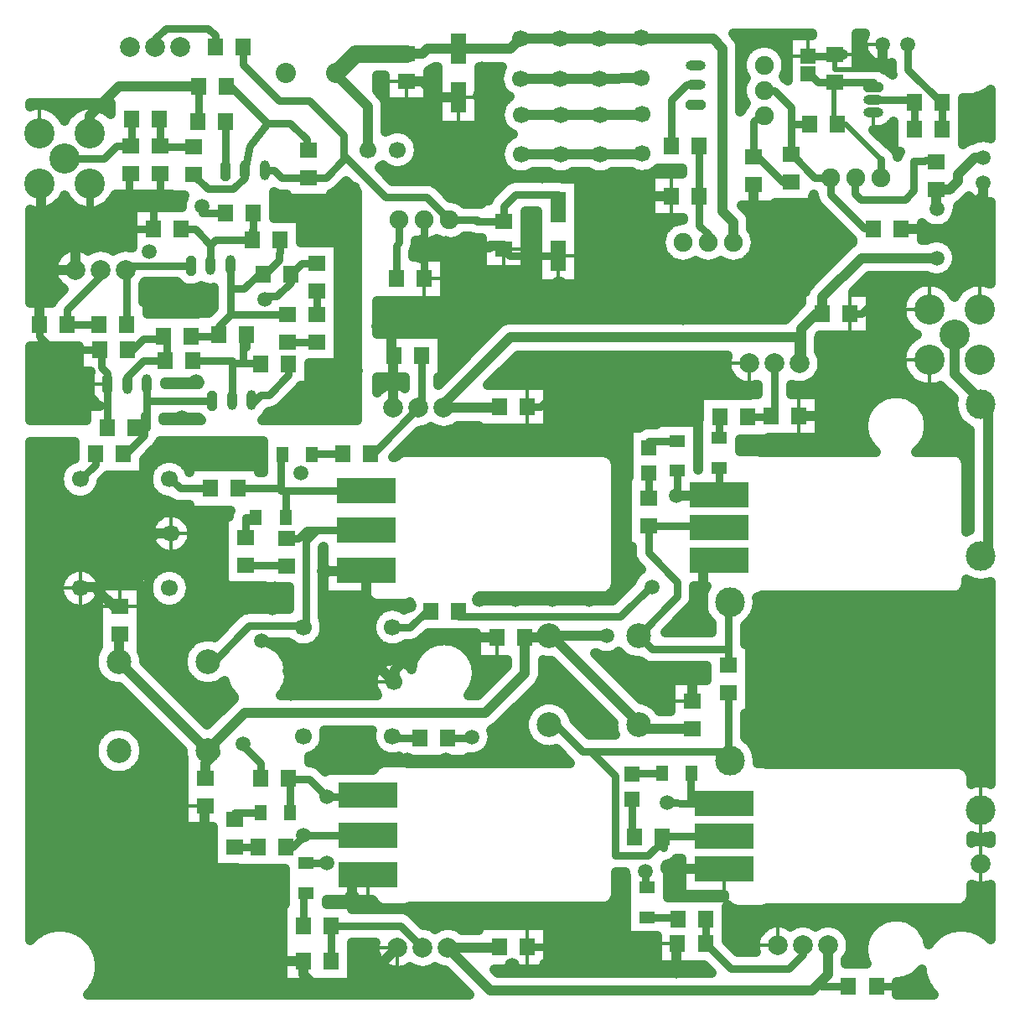
<source format=gbr>
G04 DipTrace 3.3.1.1*
G04 Top.gbr*
%MOIN*%
G04 #@! TF.FileFunction,Copper,L1,Top*
G04 #@! TF.Part,Single*
%AMOUTLINE0*
4,1,8,
-0.019685,-0.029528,
-0.009843,-0.03937,
0.009843,-0.03937,
0.019685,-0.029528,
0.019685,0.029528,
0.009843,0.03937,
-0.009843,0.03937,
-0.019685,0.029528,
-0.019685,-0.029528,
0*%
%AMOUTLINE3*
4,1,8,
-0.029528,0.019685,
-0.03937,0.009843,
-0.03937,-0.009843,
-0.029528,-0.019685,
0.029528,-0.019685,
0.03937,-0.009843,
0.03937,0.009843,
0.029528,0.019685,
-0.029528,0.019685,
0*%
%AMOUTLINE6*
4,1,8,
0.029528,-0.019685,
0.03937,-0.009843,
0.03937,0.009843,
0.029528,0.019685,
-0.029528,0.019685,
-0.03937,0.009843,
-0.03937,-0.009843,
-0.029528,-0.019685,
0.029528,-0.019685,
0*%
G04 #@! TA.AperFunction,Conductor*
%ADD13C,0.03937*%
%ADD14C,0.029528*%
%ADD15C,0.07*%
%ADD16C,0.03*%
%ADD17C,0.02*%
%ADD18C,0.022*%
G04 #@! TA.AperFunction,CopperBalancing*
%ADD19C,0.04*%
%ADD20C,0.013*%
%ADD22R,0.070866X0.062992*%
%ADD23R,0.062992X0.070866*%
%ADD25R,0.062992X0.124016*%
G04 #@! TA.AperFunction,ComponentPad*
%ADD26C,0.12*%
%ADD27C,0.07874*%
%ADD28C,0.059055*%
%ADD29C,0.08*%
%ADD31C,0.066929*%
%ADD32R,0.047244X0.062992*%
%ADD33R,0.062992X0.047244*%
G04 #@! TA.AperFunction,ComponentPad*
%ADD34C,0.11811*%
%ADD35R,0.23622X0.098425*%
G04 #@! TA.AperFunction,ComponentPad*
%ADD36C,0.098425*%
%ADD37R,0.059055X0.059055*%
%ADD39O,0.03937X0.07874*%
%ADD40O,0.07874X0.03937*%
%ADD41C,0.074803*%
%ADD42C,0.07874*%
%ADD93OUTLINE0*%
%ADD96OUTLINE3*%
%ADD99OUTLINE6*%
%FSLAX26Y26*%
G04*
G70*
G90*
G75*
G01*
G04 Top*
%LPD*%
X2517140Y1879685D2*
D13*
X2509205Y1871749D1*
X2420647D1*
X1159665Y1422404D2*
X805335Y1776735D1*
Y1887094D1*
X810361D1*
X2744567Y1879685D2*
X2526219D1*
X2517140D1*
X2716835Y4094787D2*
X2559354D1*
X1159665Y1422404D2*
Y1413148D1*
X1188865D1*
X1148274Y1372558D1*
Y1311770D1*
X2420647Y1871749D2*
Y1730941D1*
X2262987Y1573281D1*
X1305958D1*
X1159665Y1426988D1*
Y1422404D1*
X2871471Y1525354D2*
Y1534433D1*
X2526219Y1879685D1*
X2871471Y1525354D2*
X2887331Y1509495D1*
X3087227D1*
X2559354Y4094787D2*
X2401874D1*
X2716835D2*
X2883307Y4097462D1*
X2720150Y3792996D2*
X2562669D1*
X2405189D1*
X2720150D2*
X2886622D1*
Y3795671D1*
X2552525Y3582123D2*
D14*
Y3633159D1*
X2383970D1*
X2336211Y3585400D1*
Y3527260D1*
X1333824Y2814857D2*
Y2801062D1*
X1369622Y2836860D1*
X1401198D1*
X1479239Y2914900D1*
Y2959493D1*
X1385735Y3217331D2*
Y3229755D1*
X1434024D1*
X1488291Y3284022D1*
Y3316819D1*
X1559677Y3700592D2*
X1452647D1*
X1422007Y3731232D1*
Y3728274D1*
X1385308D1*
X2119201Y3531524D2*
X2029217Y3621508D1*
X1866671D1*
X1699997Y3788181D1*
Y3771633D1*
X1628957Y3700592D1*
X1559677D1*
X2336211Y3527260D2*
X2230253D1*
Y3531524D1*
X2119201D1*
X1488291Y3316819D2*
X1532184Y3360711D1*
X1591259D1*
X1298335Y4219588D2*
Y4150852D1*
X1442455Y4006731D1*
X1562135D1*
X1699997Y3868869D1*
Y3788181D1*
X2716835Y4252268D2*
D13*
X3168458D1*
X3205999Y4214727D1*
Y3567711D1*
X3249164Y3524546D1*
Y3442850D1*
X2716835Y4252268D2*
X2559354D1*
X2156333Y4212270D2*
X2033062D1*
X2013375Y4192584D1*
X1948256D1*
X2559354Y4252268D2*
X2401874D1*
X2716835D2*
X2883307D1*
Y4254942D1*
X2720150Y3950476D2*
X2562669D1*
X2405189D1*
X2720150D2*
X2886622D1*
Y3953151D1*
X2156333Y4212270D2*
X2361877D1*
X2401874Y4252268D1*
X1667971Y4115406D2*
D15*
X1745150Y4192584D1*
X1948256D1*
X1667971Y4115406D2*
D13*
X1661798D1*
X1795345Y3981858D1*
Y3811322D1*
X2096996Y2785197D2*
Y2799644D1*
X2362791Y3065440D1*
X3512546D1*
Y2962436D1*
X2113693Y638765D2*
X2283849Y468609D1*
X3562455D1*
X3600913Y507067D1*
X3626304Y532458D1*
Y648332D1*
X2113693Y638765D2*
X2318870D1*
Y641610D1*
X2096996Y2785197D2*
X2318711D1*
Y2788990D1*
X3707400Y488035D2*
D14*
X3600913D1*
Y507067D1*
X3602601Y3159388D2*
X3577858D1*
D13*
X3518845Y3100375D1*
Y2962436D1*
X3512546D1*
X3602601Y3159388D2*
Y3225109D1*
X3758919Y3381427D1*
X4058430D1*
Y3575068D2*
X4056759D1*
Y3652035D1*
X4109828D1*
X4144000Y3686207D1*
Y3714677D1*
X4210331Y3781008D1*
X4244000D1*
X4115028Y3652035D2*
D16*
X4056759D1*
X1732644Y841255D2*
D13*
Y915902D1*
X1752999Y936256D1*
X1796933D1*
Y930512D1*
X1913693Y638765D2*
X1760651Y485723D1*
X1586218D1*
X1540364Y531577D1*
Y586604D1*
X2310411Y1871749D2*
X2214058D1*
X2206568Y1864260D1*
X2171251D1*
X2023357D1*
X1902774Y1743677D1*
Y1701307D1*
X1899297Y1697829D1*
X3211829Y951563D2*
X3002147D1*
Y949896D1*
X1011694Y2286073D2*
X951957D1*
X723885Y2058001D1*
X784555Y1997331D1*
X810361D1*
X3191066Y2178549D2*
X3127664D1*
Y1909798D1*
X3087227Y1619731D2*
Y1733093D1*
X3091282D1*
X1896996Y2785197D2*
Y2992425D1*
X1897937D1*
X3630667Y2749605D2*
Y2753585D1*
X3510415D1*
X1540364Y586604D2*
X1411178D1*
X1146314D1*
Y977421D2*
Y1201534D1*
X1148274D1*
X723885Y2058001D2*
Y2071550D1*
X646461D1*
X651820Y2068614D1*
X1790343Y2140953D2*
Y2136286D1*
X1624054D1*
X1899297Y1697829D2*
X1790343Y1806783D1*
Y1841085D1*
Y2140953D1*
X2156333Y4019357D2*
X2076366D1*
X2013375Y4082348D1*
X1948256D1*
X488432Y3116119D2*
D14*
Y3070895D1*
X542391Y3016936D1*
X729310D1*
X689234Y3678016D2*
Y3577308D1*
X771028Y3495514D1*
X941600D1*
X760490Y2878920D2*
X760335Y2705429D1*
X729310Y3016936D2*
X736908D1*
Y2945168D1*
X760490Y2921587D1*
Y2878920D1*
X2019201Y3531524D2*
Y3452723D1*
X2054900Y3417024D1*
X2018238D1*
Y3298173D1*
X2336211Y3417024D2*
Y3434886D1*
X2278245D1*
Y3421196D1*
X2104892D1*
X2022409D1*
X2018238Y3417024D1*
X2552525Y3389210D2*
X2359756D1*
X2337987Y3410979D1*
Y3417024D1*
X2336211D1*
X1897937Y2992425D2*
D13*
X1890063D1*
Y3075293D1*
X1925597Y3110827D1*
X2037646D1*
X2164378D1*
X2224121Y3170570D1*
X2639172D1*
X2676063Y3207461D1*
X2826892Y3358290D1*
X2857549Y3327634D1*
X3292470D1*
X3350534Y3385698D1*
Y3548848D1*
X3330463D1*
Y3673525D1*
X2826892Y3358290D2*
X2856794D1*
Y3558929D1*
X2925685Y3627820D1*
X3003778D1*
X488432Y3116119D2*
X490827D1*
Y3334261D1*
X497391D1*
Y3678016D1*
X489234D1*
X3024196Y545190D2*
Y655677D1*
X3027549D1*
X3411976Y3175697D2*
Y3165150D1*
X3201693D1*
X3155963D1*
Y3171193D1*
X3050684D1*
X2676063D1*
Y3207461D1*
X2017638Y1864525D2*
X2023357Y1864260D1*
X2188522Y1863241D2*
X2171251Y1864260D1*
X1787974Y1844909D2*
X1790343Y1841085D1*
X1411178Y586454D2*
Y586604D1*
X1772881Y481374D2*
X1760651Y485723D1*
X2037646Y3089450D2*
Y3110827D1*
X3050684Y3144117D2*
Y3171193D1*
X3218541Y3162138D2*
X3201693Y3165150D1*
X2002971Y3390046D2*
D14*
X2041724Y3417024D1*
X2054900D1*
X2106537Y3441007D2*
X2104892Y3421196D1*
X3353428Y3548848D2*
D13*
X3350534D1*
X1570471Y483860D2*
Y485723D1*
X1586218D1*
X2429106Y641610D2*
D14*
X2659677D1*
Y688360D1*
X2428948Y2788990D2*
X2481302D1*
X2533972Y2841660D1*
X632618Y3500999D2*
D13*
X633259D1*
Y3334261D1*
X497391D2*
X633259D1*
X3817636Y488035D2*
D14*
X3934009D1*
Y490051D1*
X3712837Y3159388D2*
X3759383D1*
X3853364Y3253369D1*
Y3264043D1*
X3546568Y4184198D2*
D16*
X3651143D1*
Y4189522D1*
X970064Y3715726D2*
D14*
Y3625168D1*
X941600Y3596703D1*
Y3495514D1*
X851190Y3715722D2*
X846492D1*
Y3596703D1*
X941600D1*
X1118807Y3922202D2*
Y3949339D1*
X1121236Y3951768D1*
Y4063608D1*
D13*
X805388D1*
X728799Y3987018D1*
X689234Y3947453D1*
Y3878016D1*
X734283Y3981534D2*
X728799Y3987018D1*
X3651143Y4189522D2*
X3686224D1*
X3651143D2*
D17*
Y4131008D1*
X3844000D1*
Y4181008D1*
D13*
Y4231008D1*
X3915803Y3496760D2*
X4109752D1*
X4244000Y3631008D1*
Y3681008D1*
X4109752Y3496760D2*
D16*
X3915803D1*
X2008173Y2992425D2*
D14*
Y2796374D1*
X1996996Y2785197D1*
X1814504Y2602705D1*
X1806293D1*
X1549425Y975961D2*
X1632577D1*
Y1240398D2*
X1796933D1*
Y1245472D1*
X1632577Y1240398D2*
X1563623Y1309352D1*
X1480244D1*
Y1312820D1*
X1707319Y1245472D2*
X1796933D1*
X1480244Y1312820D2*
X1486365D1*
Y1177689D1*
X1649441Y726459D2*
X1925999D1*
X2013693Y638765D1*
X1650600Y586604D2*
X1649441D1*
Y726459D1*
X1447487Y3453525D2*
Y3403913D1*
X1442625Y3399051D1*
Y3374199D1*
X1385244Y3316819D1*
X1378055D1*
X1092453Y3071311D2*
X1202374D1*
Y3076371D1*
X1249245Y3351745D2*
X1249232Y3258954D1*
Y3157104D1*
X1475169D1*
X1249232Y3258954D2*
X1303472D1*
X1361337Y3316819D1*
X1378055D1*
X1202374Y3076371D2*
Y3110245D1*
X1249232Y3157104D1*
X1591526Y3047894D2*
Y3046867D1*
X1475169D1*
X1919201Y3531524D2*
Y3442457D1*
X1908001Y3431257D1*
Y3298173D1*
X1893753Y1913441D2*
X1963190D1*
X2027793Y1978043D1*
X2046479D1*
X598668Y3116119D2*
X726365D1*
Y3118003D1*
X733259Y3334261D2*
Y3310077D1*
X598668Y3175487D1*
Y3116119D1*
X1370008Y1312820D2*
Y1374825D1*
X1293602Y1451231D1*
X1299323D1*
X1006151Y2501685D2*
Y2507446D1*
X1048531Y2465066D1*
X1169873D1*
X838171Y2879365D2*
Y2908392D1*
X902732Y2972954D1*
X989471D1*
X996302D1*
Y3043752D1*
X979357Y3060697D1*
X902982D1*
X842810Y3000525D1*
Y3031167D1*
X839546Y3027903D1*
Y3016936D1*
X982217Y3071311D2*
X979357Y3060697D1*
X3002811Y3825076D2*
Y4008955D1*
X3062682Y4068827D1*
X3099390D1*
X3330463Y3783761D2*
X3344857D1*
X3446510Y3682108D1*
X3478896D1*
X3371810Y3947533D2*
X3354651D1*
X3330463Y3923346D1*
Y3783761D1*
X833259Y3334261D2*
X836601D1*
Y3118003D1*
X1092487Y3351323D2*
X833259D1*
Y3334261D1*
X3025442Y2653113D2*
X2913690D1*
Y2626022D1*
X651820Y2501685D2*
X711315Y2561180D1*
Y2603009D1*
X949836Y4220201D2*
Y4252529D1*
X991423Y4294114D1*
X1159705D1*
X1188098Y4265720D1*
Y4219588D1*
X3412546Y2962436D2*
Y2745714D1*
X3400178D1*
Y2753585D1*
X3306346Y2748516D2*
X3400178D1*
Y2753585D1*
X1266777Y1038635D2*
X1360703D1*
Y1038699D1*
X2856778Y1080387D2*
X2846501D1*
Y1228274D1*
X2965458Y1334285D2*
X2846501D1*
Y1328274D1*
X1308965Y2270009D2*
X1309202D1*
Y2349718D1*
X1349807D1*
X1308965Y2159773D2*
X1471665D1*
Y2154916D1*
X3651143Y4079286D2*
D17*
X3667007D1*
X3650545Y4095748D1*
Y3912617D1*
X3662705D1*
X3545965Y4112457D2*
D14*
X3552984D1*
X3586155Y4079286D1*
X3651143D1*
X3836810Y3700038D2*
Y3771804D1*
D18*
X3695997Y3912617D1*
X3662705D1*
X3651143Y4079286D2*
D14*
X3806429D1*
Y4061413D1*
X3969795Y3998699D2*
X3969720D1*
Y3891815D1*
X3806429Y4011413D2*
X3969795D1*
Y3998699D1*
X2156715Y1978043D2*
Y1954912D1*
X2797877D1*
X2924388Y2081424D1*
Y2073752D1*
X3021877Y2437493D2*
D13*
X3191066D1*
Y2440558D1*
X3193508Y2548127D2*
D14*
X3191066D1*
Y2440558D1*
X3021877Y2437493D2*
X3025442D1*
Y2535003D1*
X4080031Y3998699D2*
X4079957Y3891815D1*
X3944000Y4231008D2*
Y4131123D1*
X4076424Y3998699D1*
X4080031D1*
X2913690Y2526022D2*
X2911320D1*
Y2425474D1*
X1231472Y4063608D2*
X1248976D1*
X1394923Y3917661D1*
X1326291Y3825528D1*
X1306220Y3728264D1*
X1394923Y3917661D2*
X1487555D1*
X1551848Y3853369D1*
Y3810828D1*
X1559677D1*
X1306220Y3728264D2*
Y3701117D1*
X1260055Y3654951D1*
X1158160D1*
X1103199Y3709912D1*
Y3711991D1*
X1228543Y3727839D2*
Y3808437D1*
X1229043Y3808937D1*
Y3922202D1*
X1228924Y3559133D2*
X1135927D1*
Y3585332D1*
X1591526Y3158130D2*
X1591259D1*
Y3250475D1*
X1170167Y3351753D2*
Y3434411D1*
X1189281Y3453525D1*
X1337251D1*
X1170167Y3434343D2*
X1108995Y3495514D1*
X1051836D1*
X1337251Y3453525D2*
Y3492007D1*
X1339160Y3493916D1*
Y3559133D1*
X1280109Y2465066D2*
X1450412D1*
Y2455913D1*
X1467917D1*
X1790343D1*
X1455295Y2598541D2*
X1450412D1*
Y2465066D1*
X1467917Y2349718D2*
Y2455913D1*
X1539423Y1913441D2*
X1544604D1*
Y1919244D1*
X1323743D1*
X1181234Y1776735D1*
X1159665D1*
X1790343Y2298433D2*
X1591306D1*
X1549017Y2256144D1*
Y1903846D1*
X1539423Y1913441D1*
X1471665Y2265152D2*
X1518887D1*
X1552168Y2298433D1*
X1591306D1*
X1796933Y1087992D2*
X1574921D1*
X1574283Y1087354D1*
X1540822D1*
X1470940Y1038699D2*
X1494752D1*
X1540822Y1084769D1*
Y1087354D1*
X1254723Y2814820D2*
Y2962176D1*
X1300110D1*
Y3046927D1*
X1312610Y3059427D1*
Y3076371D1*
X1099707Y2972954D2*
X1254723D1*
Y2814820D1*
X1312610Y3076371D2*
Y3026133D1*
X1306446D1*
X1300110Y2962176D2*
X1369003D1*
Y2959493D1*
Y2963576D2*
Y2959493D1*
X1893753Y1480370D2*
X1899864Y1474260D1*
X2003192D1*
X917253Y2879365D2*
Y2756205D1*
X906104D1*
Y2676316D1*
X832797Y2603009D1*
X821551D1*
X917253Y2879365D2*
Y2814413D1*
X1177055D1*
X870571Y2705429D2*
X917253D1*
Y2879365D1*
X1103199Y3822227D2*
X984709D1*
X980974Y3825962D1*
X970064D1*
X964976Y3934490D2*
X970064D1*
Y3825962D1*
X2906987Y760211D2*
X3030621D1*
Y752024D1*
X1539205Y726459D2*
Y857850D1*
X1549425D1*
X1696056Y2602705D2*
X1573406D1*
Y2598541D1*
X2911320Y2315238D2*
X3191066D1*
Y2309552D1*
X2871471Y1879685D2*
X3026766Y2034980D1*
Y2094639D1*
X2911320Y2210085D1*
Y2315238D1*
X3228646Y1764079D2*
Y1826728D1*
X2924428D1*
X2871471Y1879685D1*
X3234341Y2013869D2*
X3228646Y2008173D1*
Y1764079D1*
X3211829Y1082568D2*
X2971098D1*
Y1034920D1*
X2967014Y1039004D1*
Y1080387D1*
X3234341Y1383948D2*
X3228646Y1389643D1*
Y1653843D1*
X3234341Y1383948D2*
Y1420051D1*
X2681071D1*
X2778886Y1322236D1*
Y1005459D1*
X2910290D1*
X2985218Y1080387D1*
X2967014D1*
X2681071Y1420051D2*
X2647957D1*
X2542654Y1525354D1*
X2517140D1*
X3196110Y2748516D2*
X3193508D1*
Y2666238D1*
X1266777Y1148871D2*
Y1177689D1*
X1368255D1*
X3211829Y1213572D2*
X3078854D1*
Y1334285D1*
X3083568D1*
X2984916Y1215542D2*
X3078854Y1213572D1*
X2210260Y1477927D2*
X2210954D1*
X2214621Y1474260D1*
X2113428D1*
X2899895Y944366D2*
Y878322D1*
X2906987D1*
X589234Y3778016D2*
X746944D1*
X794885Y3825958D1*
X851190D1*
X854740D1*
Y3934490D1*
X3137785Y655677D2*
Y657388D1*
X3140857Y660461D1*
Y752024D1*
X3137785Y657388D2*
X3239175Y555999D1*
X3469469D1*
X3526304Y612835D1*
Y648332D1*
X3149164Y3442850D2*
Y3475157D1*
X3114014Y3510307D1*
Y3627820D1*
Y3652007D1*
X3113047Y3652972D1*
Y3825076D1*
X3636810Y3700038D2*
Y3633644D1*
X3770167Y3500287D1*
X3805567D1*
Y3496760D1*
X3371808Y4047533D2*
X3410971D1*
X3478463Y3980041D1*
Y3912617D1*
Y3794991D1*
X3573416Y3700038D1*
X3636810D1*
X3478896Y3792344D2*
X3478463Y3794991D1*
X3552469Y3912617D2*
X3478463D1*
X3736810Y3700038D2*
Y3703371D1*
X3733205Y3706976D1*
Y3637514D1*
X3756364Y3614356D1*
X3931101D1*
X3966332Y3649587D1*
Y3764913D1*
X4009965D1*
X4014075Y3769024D1*
X4056759D1*
Y3762272D1*
X4234042Y2197975D2*
D13*
X4261560D1*
Y2799563D1*
X4233661D1*
Y2815375D1*
X4128361Y2920676D1*
Y3076285D1*
D28*
X2744567Y1879685D3*
X4058430Y3381427D3*
Y3575068D3*
X3630667Y2749605D3*
X1146314Y586604D3*
Y977421D3*
X1624054Y2136286D3*
X3024196Y545190D3*
X1632577Y975961D3*
Y1240398D3*
D3*
X2094000Y2632643D3*
X847470Y3494340D3*
X1573274Y3564285D3*
X1139293Y3177115D3*
X1112432Y2890958D3*
X1734934Y3538844D3*
X2294000Y2632643D3*
X3021877Y2437493D3*
X3537479Y1870814D3*
X4102752Y1841298D3*
X3537479Y1399864D3*
X4103864D3*
X1115605Y1918277D3*
X3439077Y4258202D3*
X916522Y795896D3*
X2237831Y2022843D3*
X1057340Y2747341D3*
X1735703Y3403874D3*
X3792831Y3046255D3*
X734283Y3981534D3*
X3411976Y3175697D3*
X2384277Y2022843D3*
X916811Y1824054D3*
X2262636Y1734127D3*
X3641127Y2632041D3*
X776978Y936772D3*
X2774507Y568386D3*
X1741287Y3039783D3*
X2169399Y3024525D3*
X1634029Y2016461D3*
X1928072Y3953450D3*
X2177430Y3874176D3*
X2530723Y2022843D3*
X2770647Y3626542D3*
X2751786Y3460579D3*
X2555648Y3281496D3*
X2677169Y2022843D3*
X1941650Y3191955D3*
X3183618Y3263633D3*
X4261802Y1065598D3*
X3335337Y3264883D3*
X4212171Y3343453D3*
X3471178Y3560154D3*
X4076062Y2794676D3*
X3810887Y2027797D3*
X3822951Y1399864D3*
X3537479Y1713829D3*
X4101808Y1607252D3*
X2505121Y568386D3*
X657434Y811752D3*
X640617Y1088381D3*
X1414659Y1989173D3*
X519660Y2066739D3*
Y2531008D3*
X522769Y2890600D3*
X519660Y1911983D3*
X1241903Y2070671D3*
X1994000Y2632643D3*
X2594000D3*
X2754522Y2839719D3*
X1958685Y1998643D3*
X2494000Y2632643D3*
X2347652Y2937870D3*
X2533972Y2841660D3*
X2586391Y2976028D3*
X3092290Y2882136D3*
X2924388Y2073752D3*
X3125089Y2973621D3*
X3021047Y2970119D3*
X2921234Y2769551D3*
X3925785Y2857458D3*
X3622381Y3025276D3*
X3642378Y3437496D3*
X3853364Y3264043D3*
X3909167Y3044126D3*
X2255522Y1385585D3*
X3619438Y2889846D3*
X3359383Y2627664D3*
X2581231Y1646240D3*
X2702761Y1512352D3*
X3296205Y774080D3*
X4254155Y743885D3*
X3934009Y490051D3*
X3733047Y771168D3*
X3514626Y765343D3*
X1272423Y922346D3*
X1372110Y1861413D3*
X513096Y1232287D3*
X1204232Y1652033D3*
X1705465Y1366409D3*
X3537479Y1556846D3*
X985227Y1396045D3*
X2341556Y1529063D3*
X2104853Y1385585D3*
X2176430Y782470D3*
X2314765D3*
X2453098D3*
X2591432D3*
X2729765D3*
X2909201Y568386D3*
X2659677Y688360D3*
X2370428Y568386D3*
X2639814D3*
X3537479Y2027797D3*
X4095627D3*
X3797126Y1874476D3*
X3800054Y1558303D3*
X3329696Y1694014D3*
Y1910980D3*
Y1477050D3*
X2017638Y1864525D3*
X2188522Y1863241D3*
X1486219Y1838173D3*
X1489398Y1650728D3*
X1651702Y1676211D3*
X1797835Y1664563D3*
X1655301Y1848198D3*
X1787974Y1844909D3*
X2406192Y1385585D3*
X952790Y2583718D3*
X2556861Y1385585D3*
X1211285Y2579772D3*
X1573434Y2791029D3*
X822203Y2492804D3*
X665680Y2299146D3*
X519660Y2221496D3*
Y2376252D3*
X975182Y2396684D3*
X1175879Y2264846D3*
X1119331Y2073318D3*
X1425546Y2068026D3*
X1221600Y1951993D3*
X720287Y1293841D3*
X845890Y1177783D3*
X943312Y1050228D3*
X1059495Y935948D3*
X1269127Y702463D3*
X1411178Y586454D3*
X2124010Y478887D3*
X1772881Y481374D3*
X1370676Y480430D3*
X1529188Y2524853D3*
X1064944Y2581967D3*
X1339348Y2571833D3*
X1841686Y3197072D3*
X1839753Y3110071D3*
X2037646Y3089450D3*
X2087155Y3194293D3*
X2267717Y3106924D3*
X2511458Y3166412D3*
X3050684Y3144117D3*
X3218541Y3162138D3*
X2086810Y2898517D3*
X1746126Y2933501D3*
X942009Y3170394D3*
X927493Y3408001D3*
X2002971Y3390046D3*
X2001327Y3444294D3*
X2106537Y3441007D3*
X2127908Y3368675D3*
X2945940Y3241231D3*
X2238050Y3371962D3*
X2329008Y3283816D3*
X2442995Y3284361D3*
X1737073Y3657803D3*
X2672551Y3314449D3*
X632618Y3500999D3*
X2670769Y3527643D3*
X2362270Y3704031D3*
X2490076Y3705747D3*
X522087Y2758959D3*
X2174488Y3712651D3*
X4218896Y3960699D3*
X2007902Y3707320D3*
X2059600Y3841680D3*
X2879757Y3619185D3*
X2860340Y3459617D3*
X2760509Y2723211D3*
X2761913Y2976028D3*
X2906563Y2971433D3*
X2915344Y2879094D3*
X3087735Y2769402D3*
X2350013Y3871846D3*
X2241463Y4028051D3*
X2249407Y4133953D3*
X2058785Y4088944D3*
X3353428Y3548848D3*
X3505530Y3364946D3*
X2641332Y2840369D3*
X2394000Y2632643D3*
X2194000D3*
X3505724Y2629853D3*
X3780906Y2632041D3*
X1147505Y489252D3*
X1012322Y664648D3*
X1405469Y921535D3*
X4012728Y2635459D3*
X4121518Y2643402D3*
X3772333Y2833094D3*
X3383776Y2027797D3*
X3668516D3*
X3953257D3*
X3329696Y1802497D3*
Y1585533D3*
X3401581Y1399864D3*
X3682495D3*
X3963407D3*
X1411140Y705836D3*
X1570471Y483860D3*
X1959463Y480430D3*
X539560Y953626D3*
X519660Y1757227D3*
X1954184Y1385585D3*
X515283Y1587748D3*
X513096Y1417676D3*
X761438Y1589890D3*
X1487165Y1739627D3*
X1707257Y1480029D3*
X921602Y1961765D3*
X1385735Y3217331D3*
X1732644Y841255D3*
X3002147Y949896D3*
X3127664Y1909798D3*
X3091282Y1733093D3*
X1299323Y1451231D3*
X1135927Y3585332D3*
X1540822Y1087354D3*
X2984916Y1215542D3*
X2210260Y1477927D3*
X2899895Y944366D3*
X2912295Y1706302D3*
X572899Y3956178D2*
D19*
X605592D1*
X1652690Y3637228D2*
X1747965D1*
X570351Y3597360D2*
X608104D1*
X770370D2*
X1051704D1*
X1426261D2*
X1747965D1*
X457388Y3557491D2*
X854520D1*
X1426261D2*
X1747965D1*
X457388Y3517622D2*
X854520D1*
X1534595D2*
X1747965D1*
X457388Y3477753D2*
X854520D1*
X1534595D2*
X1747965D1*
X457388Y3437885D2*
X854520D1*
X1682295D2*
X1747965D1*
X457388Y3398016D2*
X564361D1*
X1682295D2*
X1747965D1*
X457388Y3358147D2*
X541467D1*
X1682295D2*
X1747965D1*
X457388Y3318278D2*
X539709D1*
X1682295D2*
X1747965D1*
X457388Y3278409D2*
X557435D1*
X909062D2*
X1039252D1*
X1682295D2*
X1747965D1*
X457388Y3238541D2*
X563859D1*
X906981D2*
X1178878D1*
X1682546D2*
X1747965D1*
X923703Y3198672D2*
X1178878D1*
X1682546D2*
X1747965D1*
X923703Y3158803D2*
X1115291D1*
X1682546D2*
X1747965D1*
X1682546Y3118934D2*
X1747965D1*
X1682546Y3079066D2*
X1747965D1*
X1682546Y3039197D2*
X1747965D1*
X457388Y2999328D2*
X642230D1*
X1682546D2*
X1747965D1*
X457388Y2959459D2*
X642230D1*
X1566353D2*
X1747965D1*
X457388Y2919591D2*
X686439D1*
X1566353D2*
X1747965D1*
X457388Y2879722D2*
X685219D1*
X1566353D2*
X1747965D1*
X457388Y2839853D2*
X686080D1*
X1502048D2*
X1747965D1*
X457388Y2799984D2*
X713532D1*
X1462181D2*
X1747965D1*
X457388Y2760115D2*
X673234D1*
X1399886D2*
X1747965D1*
X1067473Y3628895D2*
X1016166D1*
Y3632663D1*
X791192Y3632626D1*
X786613Y3623501D1*
X780762Y3614163D1*
X774019Y3605448D1*
X766449Y3597441D1*
X758127Y3590219D1*
X749132Y3583853D1*
X739554Y3578405D1*
X729486Y3573928D1*
X719024Y3570465D1*
X708273Y3568052D1*
X697336Y3566710D1*
X686320Y3566454D1*
X675332Y3567285D1*
X664480Y3569196D1*
X653869Y3572167D1*
X643603Y3576171D1*
X633781Y3581167D1*
X624501Y3587108D1*
X615851Y3593935D1*
X607917Y3601582D1*
X600776Y3609973D1*
X594497Y3619029D1*
X589235Y3628473D1*
X584765Y3620325D1*
X578610Y3611185D1*
X571584Y3602696D1*
X563755Y3594942D1*
X555199Y3587998D1*
X546000Y3581932D1*
X536248Y3576802D1*
X526037Y3572659D1*
X515468Y3569543D1*
X504643Y3567485D1*
X493667Y3566504D1*
X482649Y3566610D1*
X471694Y3567803D1*
X460911Y3570070D1*
X453373Y3572337D1*
X453370Y3203163D1*
X538359Y3203152D1*
X542083Y3210162D1*
X548204Y3218587D1*
X564733Y3235405D1*
X585723Y3256699D1*
X578146Y3261886D1*
X571131Y3267811D1*
X564748Y3274412D1*
X559064Y3281624D1*
X554135Y3289372D1*
X550013Y3297577D1*
X546739Y3306156D1*
X544346Y3315021D1*
X542860Y3324082D1*
X542294Y3333247D1*
X542655Y3342422D1*
X543940Y3351515D1*
X546134Y3360431D1*
X549216Y3369081D1*
X553154Y3377376D1*
X557909Y3385232D1*
X563431Y3392568D1*
X569665Y3399310D1*
X576546Y3405390D1*
X584006Y3410745D1*
X591967Y3415320D1*
X600349Y3419070D1*
X609066Y3421955D1*
X618030Y3423948D1*
X627149Y3425026D1*
X636330Y3425179D1*
X645480Y3424407D1*
X654505Y3422715D1*
X663314Y3420123D1*
X671817Y3416655D1*
X679927Y3412349D1*
X683251Y3410261D1*
X691959Y3415316D1*
X698446Y3418307D1*
X705147Y3420779D1*
X712022Y3422718D1*
X719028Y3424111D1*
X726121Y3424951D1*
X733259Y3425231D1*
X740396Y3424951D1*
X747489Y3424111D1*
X754495Y3422718D1*
X761370Y3420779D1*
X768071Y3418307D1*
X774558Y3415316D1*
X783180Y3410229D1*
X791959Y3415316D1*
X798446Y3418307D1*
X805147Y3420779D1*
X812022Y3422718D1*
X819028Y3424111D1*
X826121Y3424951D1*
X833259Y3425231D1*
X840396Y3424951D1*
X847489Y3424111D1*
X858496Y3421589D1*
X858504Y3582547D1*
X1054826D1*
X1055049Y3591697D1*
X1055798Y3598023D1*
X1057041Y3604271D1*
X1058770Y3610402D1*
X1060974Y3616378D1*
X1063641Y3622163D1*
X1067542Y3628900D1*
X1422256Y3641608D2*
Y3540558D1*
X1530583D1*
Y3443778D1*
X1678292Y3443807D1*
Y3241241D1*
X1678560Y3241226D1*
Y2964797D1*
X1562331D1*
X1562335Y2872460D1*
X1530291D1*
X1519669Y2861478D1*
X1444298Y2786396D1*
X1435873Y2780275D1*
X1426595Y2775547D1*
X1416691Y2772329D1*
X1406405Y2770700D1*
X1401178Y2770497D1*
X1397348Y2762825D1*
X1391503Y2753287D1*
X1384238Y2744781D1*
X1375733Y2737517D1*
X1374696Y2736824D1*
X1751935Y2736835D1*
X1751953Y3642375D1*
X1708277Y3686049D1*
X1672057Y3650128D1*
X1663632Y3644007D1*
X1654353Y3639280D1*
X1649445Y3637471D1*
X1646710Y3627520D1*
Y3617496D1*
X1472644D1*
Y3634254D1*
X1447440Y3634433D1*
X1437155Y3636062D1*
X1427251Y3639280D1*
X1422501Y3641471D1*
X902963Y3205036D2*
X919697D1*
Y3158350D1*
X1119270Y3158344D1*
X1119278Y3163404D1*
X1161657D1*
X1182869Y3184663D1*
Y3261942D1*
X1175769Y3261021D1*
X1164583D1*
X1153535Y3262771D1*
X1142897Y3266228D1*
X1133598Y3270932D1*
X1129299Y3267972D1*
X1122084Y3264296D1*
X1114383Y3261794D1*
X1106386Y3260527D1*
X1082653Y3260368D1*
X1074581Y3261004D1*
X1066707Y3262894D1*
X1059227Y3265992D1*
X1052323Y3270223D1*
X1046155Y3275493D1*
X1036685Y3284963D1*
X909729Y3284959D1*
X902968Y3275860D1*
X902965Y3205042D1*
X646203Y3029086D2*
X453376D1*
X453370Y2736812D1*
X677203Y2736835D1*
X677239Y2792462D1*
X729265Y2792587D1*
X722815Y2796098D1*
X716930Y2800488D1*
X704373Y2812849D1*
X699701Y2818197D1*
X695689Y2824347D1*
X692591Y2831005D1*
X690470Y2838034D1*
X689367Y2845294D1*
X689205Y2858578D1*
X689335Y2912118D1*
X690378Y2919386D1*
X692441Y2926433D1*
X693846Y2929835D1*
X646214Y2929903D1*
Y3029079D1*
X589237Y3927560D2*
X593866Y3935978D1*
X600047Y3945100D1*
X607098Y3953569D1*
X614949Y3961300D1*
X623524Y3968220D1*
X632740Y3974261D1*
X642507Y3979363D1*
X652729Y3983477D1*
X663308Y3986563D1*
X674139Y3988590D1*
X685117Y3989540D1*
X696135Y3989402D1*
X707086Y3988179D1*
X717863Y3985881D1*
X728361Y3982532D1*
X738477Y3978164D1*
X748113Y3972819D1*
X757176Y3966551D1*
X765576Y3959419D1*
X771646Y3953262D1*
X771644Y3996053D1*
X453388Y3996047D1*
X453370Y3983716D1*
X463308Y3986563D1*
X474139Y3988590D1*
X485117Y3989540D1*
X496135Y3989402D1*
X507086Y3988179D1*
X517863Y3985881D1*
X528361Y3982532D1*
X538477Y3978164D1*
X548113Y3972819D1*
X557176Y3966551D1*
X565576Y3959419D1*
X573231Y3951493D1*
X580068Y3942852D1*
X586019Y3933578D1*
X589231Y3927557D1*
X1130751Y2738572D2*
X1121273Y2748048D1*
X983603Y2748050D1*
X983617Y2736869D1*
X1132573Y2736835D1*
X1121227Y2880784D2*
X1126364Y2885921D1*
X988562D1*
X990744Y2880777D1*
X1121255D1*
X488432Y3203116D2*
D20*
Y3029122D1*
X689234Y3989580D2*
Y3878016D1*
Y3678016D2*
Y3566452D1*
X489234Y3678016D2*
Y3566452D1*
Y3989580D2*
Y3878016D1*
X689170Y2878919D2*
X760490D1*
X851190Y3715722D2*
Y3632661D1*
X941600Y3582511D2*
Y3495514D1*
X858540D2*
X941600D1*
X633259Y3425195D2*
Y3334261D1*
X542324D2*
X633259D1*
X646250Y3016936D2*
X729310D1*
X970064Y3715726D2*
Y3632665D1*
X3279228Y4231769D2*
D19*
X3339085D1*
X3404536D2*
X3461450D1*
X3742170Y4191900D2*
X3768906D1*
X3742170Y4152031D2*
X3821440D1*
X2039286Y4112163D2*
X2069251D1*
X2243431D2*
X2314592D1*
X1835320Y4072294D2*
X1857212D1*
X2039286D2*
X2069251D1*
X2243431D2*
X2315848D1*
X2039286Y4032425D2*
X2069251D1*
X2243431D2*
X2340034D1*
X1869841Y3992556D2*
X2069251D1*
X2243431D2*
X2327259D1*
X4167111D2*
X4267589D1*
X1870630Y3952688D2*
X2069251D1*
X2243431D2*
X2316171D1*
X4167111D2*
X4267589D1*
X1870630Y3912819D2*
X2069251D1*
X2243431D2*
X2324926D1*
X4167111D2*
X4267589D1*
X1976094Y3872950D2*
X2366193D1*
X3828184D2*
X3882623D1*
X4167039D2*
X4267589D1*
X1999706Y3833081D2*
X2326146D1*
X2000567Y3793213D2*
X2316135D1*
X1979718Y3753344D2*
X2325931D1*
X1872568Y3713475D2*
X2370966D1*
X2439395D2*
X2528461D1*
X2596890D2*
X2685957D1*
X2754350D2*
X2860713D1*
X2074309Y3673606D2*
X2326577D1*
X2639628D2*
X2916692D1*
X2114822Y3633738D2*
X2286710D1*
X2639628D2*
X2916692D1*
X2639628Y3593869D2*
X2916692D1*
X3421509D2*
X3579689D1*
X4155054D2*
X4267589D1*
X2427230Y3554000D2*
X2465413D1*
X2639628D2*
X2916692D1*
X3318091D2*
X3618587D1*
X4140772D2*
X4267589D1*
X2427230Y3514131D2*
X2465413D1*
X2639628D2*
X2991870D1*
X3324442D2*
X3658454D1*
X4115976D2*
X4267589D1*
X2427230Y3474262D2*
X2465413D1*
X2639628D2*
X2961907D1*
X3336428D2*
X3698322D1*
X4002905D2*
X4267589D1*
X1989084Y3434394D2*
X2245192D1*
X2427230D2*
X2465413D1*
X2639628D2*
X2956560D1*
X3341774D2*
X3707221D1*
X4123870D2*
X4267589D1*
X1978355Y3394525D2*
X2245192D1*
X2427230D2*
X2465413D1*
X2639628D2*
X2970411D1*
X3327887D2*
X3667210D1*
X4142494D2*
X4267589D1*
X2105349Y3354656D2*
X2245192D1*
X2427230D2*
X2465413D1*
X2639628D2*
X3033208D1*
X3065107D2*
X3133218D1*
X3165116D2*
X3233191D1*
X3265126D2*
X3627343D1*
X4139013D2*
X4267589D1*
X2105349Y3314787D2*
X2465413D1*
X2639628D2*
X3587476D1*
X4108691D2*
X4267589D1*
X2105349Y3274919D2*
X3547608D1*
X3757206D2*
X3972154D1*
X4084577D2*
X4172137D1*
X2105349Y3235050D2*
X3515492D1*
X3799944D2*
X3929488D1*
X1835320Y3195181D2*
X3508853D1*
X3799944D2*
X3914380D1*
X1835320Y3155312D2*
X3468986D1*
X3799944D2*
X3914739D1*
X1835320Y3115444D2*
X2307989D1*
X3799944D2*
X3930815D1*
X2095265Y3075575D2*
X2268122D1*
X3799944D2*
X3973410D1*
X2095265Y3035706D2*
X2228254D1*
X3594148D2*
X3929882D1*
X2095265Y2995837D2*
X2188387D1*
X3601145D2*
X3914488D1*
X2095265Y2955969D2*
X2148520D1*
X2358117D2*
X3217797D1*
X3607281D2*
X3914632D1*
X2318250Y2916100D2*
X3230248D1*
X3594830D2*
X3930385D1*
X1835320Y2876231D2*
X1937808D1*
X2278382D2*
X3279482D1*
X3545597D2*
X3974917D1*
X2516043Y2836362D2*
X3313069D1*
X3597521D2*
X3849035D1*
X3944413D2*
X4107868D1*
X2516043Y2796493D2*
X3109032D1*
X3597521D2*
X3792159D1*
X4001290D2*
X4119064D1*
X2516043Y2756625D2*
X3109032D1*
X3597521D2*
X3769695D1*
X4023753D2*
X4127676D1*
X2516043Y2716756D2*
X2890892D1*
X3597521D2*
X3762411D1*
X4031038D2*
X4156276D1*
X1986536Y2676887D2*
X2828561D1*
X3597521D2*
X3767650D1*
X4025799D2*
X4186275D1*
X457116Y2637018D2*
X624231D1*
X963586D2*
X1376077D1*
X1946669D2*
X2828561D1*
X3280592D2*
X3787243D1*
X4006206D2*
X4186275D1*
X457116Y2597150D2*
X624231D1*
X924795D2*
X1376077D1*
X2767986D2*
X2828561D1*
X4164096D2*
X4186275D1*
X457116Y2557281D2*
X583431D1*
X908647D2*
X937751D1*
X1074540D2*
X1376077D1*
X2785569D2*
X2828561D1*
X457116Y2517412D2*
X564233D1*
X2785569D2*
X2828561D1*
X457116Y2477543D2*
X566242D1*
X737372D2*
X920599D1*
X2785569D2*
X2820272D1*
X457116Y2437675D2*
X591792D1*
X711858D2*
X946112D1*
X2785569D2*
X2820272D1*
X457152Y2397806D2*
X1082759D1*
X2785569D2*
X2820272D1*
X457152Y2357937D2*
X962188D1*
X1061227D2*
X1239358D1*
X2785569D2*
X2820272D1*
X457152Y2318068D2*
X928888D1*
X1094527D2*
X1217935D1*
X2785569D2*
X2820272D1*
X457152Y2278199D2*
X923003D1*
X1100376D2*
X1217935D1*
X2785569D2*
X2820272D1*
X457152Y2238331D2*
X937285D1*
X1086094D2*
X1217935D1*
X2785569D2*
X2820272D1*
X457152Y2198462D2*
X1217935D1*
X2785569D2*
X2841982D1*
X457152Y2158593D2*
X1217935D1*
X2785569D2*
X2864947D1*
X457188Y2118724D2*
X579089D1*
X724561D2*
X933409D1*
X1078882D2*
X1217935D1*
X2785569D2*
X2852854D1*
X457188Y2078856D2*
X563372D1*
X1094599D2*
X1217935D1*
X2784959D2*
X2823968D1*
X4178163D2*
X4267589D1*
X457188Y2038987D2*
X568072D1*
X901398D2*
X922429D1*
X1089898D2*
X1478670D1*
X1619369D2*
X1784618D1*
X2750726D2*
X2784100D1*
X3097116D2*
X3122560D1*
X4132159D2*
X4267589D1*
X457188Y1999118D2*
X598753D1*
X901398D2*
X953110D1*
X1059217D2*
X1478670D1*
X1619369D2*
X1951013D1*
X3086602D2*
X3120658D1*
X3348018D2*
X4267589D1*
X457188Y1959249D2*
X719324D1*
X901398D2*
X1265912D1*
X1619369D2*
X1818062D1*
X3048888D2*
X3134115D1*
X3334562D2*
X4267589D1*
X457188Y1919381D2*
X719324D1*
X901398D2*
X1226009D1*
X1628269D2*
X1804893D1*
X3009020D2*
X3158265D1*
X3299000D2*
X4267589D1*
X457224Y1879512D2*
X719324D1*
X901398D2*
X1186142D1*
X1621415D2*
X1811747D1*
X2027121D2*
X2223302D1*
X3299000D2*
X4267589D1*
X457224Y1839643D2*
X719324D1*
X901398D2*
X1076874D1*
X1427891D2*
X1493131D1*
X1585746D2*
X1847451D1*
X1940066D2*
X2021382D1*
X2174569D2*
X2223302D1*
X3319670D2*
X4267589D1*
X457224Y1799774D2*
X703176D1*
X907463D2*
X1057533D1*
X1467113D2*
X1982986D1*
X2762568D2*
X2806026D1*
X3319670D2*
X4267589D1*
X457224Y1759906D2*
X701920D1*
X926984D2*
X1056277D1*
X1483691D2*
X1837153D1*
X2229149D2*
X2344806D1*
X2495948D2*
X2541200D1*
X2750798D2*
X3137595D1*
X3319670D2*
X4267589D1*
X457224Y1720037D2*
X717961D1*
X966851D2*
X1072317D1*
X1486634D2*
X1813182D1*
X2231805D2*
X2304939D1*
X2495087D2*
X2581068D1*
X2790665D2*
X3137595D1*
X3319670D2*
X4267589D1*
X457224Y1680168D2*
X772397D1*
X1006719D2*
X1126717D1*
X1192599D2*
X1228485D1*
X1476981D2*
X1812070D1*
X2221829D2*
X2265072D1*
X2474669D2*
X2620935D1*
X2830532D2*
X2996212D1*
X3319670D2*
X4267589D1*
X457224Y1640299D2*
X836953D1*
X1046586D2*
X1254573D1*
X2434802D2*
X2660802D1*
X2870400D2*
X2996212D1*
X3319670D2*
X4267589D1*
X457260Y1600430D2*
X876820D1*
X1086453D2*
X1228306D1*
X2394934D2*
X2445856D1*
X2588422D2*
X2700670D1*
X2942742D2*
X2996212D1*
X3319670D2*
X4267589D1*
X457260Y1560562D2*
X916687D1*
X1126321D2*
X1188438D1*
X2355067D2*
X2418692D1*
X2615622D2*
X2740537D1*
X3299000D2*
X4267589D1*
X457260Y1520693D2*
X778928D1*
X831747D2*
X956555D1*
X2315128D2*
X2412448D1*
X2645155D2*
X2766768D1*
X3299000D2*
X4267589D1*
X457260Y1480824D2*
X719181D1*
X891494D2*
X996422D1*
X1628484D2*
X1804677D1*
X2295320D2*
X2422711D1*
X3299000D2*
X4267589D1*
X457260Y1440955D2*
X702243D1*
X908432D2*
X1036289D1*
X1618795D2*
X1814366D1*
X2286456D2*
X2458021D1*
X3333198D2*
X4267589D1*
X457260Y1401087D2*
X702818D1*
X907858D2*
X1057138D1*
X1574263D2*
X1858934D1*
X2240273D2*
X2569082D1*
X3347659D2*
X4267589D1*
X457296Y1361218D2*
X721226D1*
X889449D2*
X1057246D1*
X1609035D2*
X1824306D1*
X4175113D2*
X4267589D1*
X457296Y1321349D2*
X1057246D1*
X4198617D2*
X4267589D1*
X457296Y1281480D2*
X1057246D1*
X457296Y1241612D2*
X1057246D1*
X457296Y1201743D2*
X1057246D1*
X457296Y1161874D2*
X1057246D1*
X457332Y1122005D2*
X1057246D1*
X457332Y1082136D2*
X1175735D1*
X457332Y1042268D2*
X1175735D1*
X457332Y1002399D2*
X1175735D1*
X457332Y962530D2*
X1175735D1*
X2982968D2*
X3038125D1*
X457332Y922661D2*
X1462342D1*
X2785426D2*
X2817724D1*
X2994092D2*
X3038125D1*
X457332Y882793D2*
X1462342D1*
X2785426D2*
X2819877D1*
X2994092D2*
X3038125D1*
X4198689D2*
X4267589D1*
X457368Y842924D2*
X1462342D1*
X2784636D2*
X2819877D1*
X2994092D2*
X3207677D1*
X4198545D2*
X4267589D1*
X457368Y803055D2*
X1452115D1*
X1736531D2*
X1835287D1*
X2746671D2*
X2819877D1*
X4173677D2*
X4267589D1*
X457368Y763186D2*
X1452115D1*
X1987110D2*
X2819877D1*
X3227950D2*
X3879788D1*
X3913661D2*
X4267589D1*
X457368Y723318D2*
X1452115D1*
X2051271D2*
X2076141D1*
X2151245D2*
X2231771D1*
X2516187D2*
X2819877D1*
X3227950D2*
X3370807D1*
X3681813D2*
X3798295D1*
X3995154D2*
X4267589D1*
X679670Y683449D2*
X1452115D1*
X2516187D2*
X2940448D1*
X3227950D2*
X3338403D1*
X3714216D2*
X3772351D1*
X4021098D2*
X4047654D1*
X712181Y643580D2*
X1452115D1*
X1737679D2*
X1818852D1*
X2516187D2*
X2940448D1*
X3249444D2*
X3331442D1*
X3721142D2*
X3762770D1*
X728293Y603711D2*
X1453264D1*
X1737679D2*
X1825741D1*
X2516187D2*
X2940448D1*
X3709587D2*
X3765820D1*
X733102Y563843D2*
X1453264D1*
X1737679D2*
X1858109D1*
X2516187D2*
X3133469D1*
X727647Y523974D2*
X1453264D1*
X1737679D2*
X2123688D1*
X3971398D2*
X3999785D1*
X710782Y484105D2*
X2163555D1*
X3904725D2*
X4016686D1*
X904647Y2580990D2*
Y2515976D1*
X759927D1*
X736394Y2492406D1*
X734534Y2481827D1*
X732721Y2475399D1*
X730410Y2469132D1*
X727613Y2463067D1*
X724350Y2457239D1*
X720639Y2451685D1*
X716504Y2446440D1*
X711970Y2441535D1*
X707065Y2437001D1*
X701820Y2432866D1*
X696266Y2429156D1*
X690439Y2425892D1*
X684373Y2423096D1*
X678107Y2420784D1*
X671678Y2418971D1*
X665127Y2417668D1*
X658494Y2416883D1*
X651820Y2416620D1*
X645146Y2416883D1*
X638513Y2417668D1*
X631962Y2418971D1*
X625534Y2420784D1*
X619267Y2423096D1*
X613202Y2425892D1*
X607374Y2429156D1*
X601821Y2432866D1*
X596575Y2437001D1*
X591670Y2441535D1*
X587137Y2446440D1*
X583002Y2451685D1*
X579291Y2457239D1*
X576027Y2463067D1*
X573231Y2469132D1*
X570919Y2475399D1*
X569106Y2481827D1*
X567803Y2488378D1*
X567018Y2495011D1*
X566756Y2501685D1*
X567018Y2508359D1*
X567803Y2514992D1*
X569106Y2521543D1*
X570919Y2527971D1*
X573231Y2534238D1*
X576027Y2540304D1*
X579291Y2546131D1*
X583002Y2551685D1*
X587137Y2556930D1*
X591670Y2561835D1*
X596575Y2566369D1*
X601821Y2570504D1*
X607374Y2574215D1*
X613202Y2577478D1*
X619267Y2580274D1*
X628221Y2583344D1*
X628219Y2649932D1*
X453082Y2648791D1*
X453377Y670241D1*
X462718Y679857D1*
X469576Y685967D1*
X476777Y691669D1*
X484298Y696942D1*
X492112Y701769D1*
X500194Y706134D1*
X508516Y710021D1*
X517050Y713418D1*
X525767Y716313D1*
X534637Y718696D1*
X543631Y720560D1*
X552718Y721898D1*
X561868Y722705D1*
X571049Y722979D1*
X580230Y722719D1*
X589381Y721925D1*
X598470Y720601D1*
X607467Y718750D1*
X616341Y716380D1*
X625062Y713498D1*
X633600Y710113D1*
X641928Y706238D1*
X650016Y701886D1*
X657838Y697070D1*
X665366Y691808D1*
X672576Y686117D1*
X679443Y680017D1*
X685943Y673528D1*
X692055Y666672D1*
X697758Y659472D1*
X703033Y651952D1*
X707862Y644139D1*
X712229Y636058D1*
X716118Y627738D1*
X719517Y619205D1*
X722415Y610488D1*
X724800Y601619D1*
X726666Y592625D1*
X728006Y583538D1*
X728816Y574389D1*
X729092Y565052D1*
X728825Y555871D1*
X728024Y546721D1*
X726693Y537633D1*
X724836Y528638D1*
X722459Y519766D1*
X719571Y511047D1*
X716180Y502510D1*
X712299Y494186D1*
X707940Y486100D1*
X703119Y478282D1*
X697851Y470758D1*
X692155Y463553D1*
X682777Y453417D1*
X2198230Y453410D1*
X2103249Y548396D1*
X2092456Y550309D1*
X2085582Y552247D1*
X2078880Y554720D1*
X2072393Y557710D1*
X2063772Y562797D1*
X2054992Y557710D1*
X2048506Y554720D1*
X2041804Y552247D1*
X2034929Y550309D1*
X2027924Y548915D1*
X2020830Y548075D1*
X2013693Y547795D1*
X2006555Y548075D1*
X1999462Y548915D1*
X1992456Y550309D1*
X1985582Y552247D1*
X1978880Y554720D1*
X1972393Y557710D1*
X1963772Y562797D1*
X1955716Y558083D1*
X1947369Y554258D1*
X1938678Y551293D1*
X1929732Y549220D1*
X1920624Y548059D1*
X1911444Y547823D1*
X1902288Y548513D1*
X1893247Y550122D1*
X1884416Y552635D1*
X1875882Y556025D1*
X1867733Y560259D1*
X1860053Y565292D1*
X1852920Y571073D1*
X1846405Y577545D1*
X1840576Y584640D1*
X1835492Y592287D1*
X1831205Y600407D1*
X1827759Y608918D1*
X1825187Y617733D1*
X1823518Y626763D1*
X1822768Y635914D1*
X1822943Y645095D1*
X1824044Y654211D1*
X1825262Y660092D1*
X1733695Y660095D1*
X1733696Y499570D1*
X1457268D1*
Y639426D1*
X1456109D1*
Y813492D1*
X1466336D1*
X1466329Y951658D1*
X1277608Y951666D1*
Y955506D1*
X1179744Y955539D1*
Y1118417D1*
X1061241Y1118438D1*
Y1394866D1*
X1062713D1*
X1060094Y1406634D1*
X1059164Y1414495D1*
X1058854Y1422435D1*
X805335Y1675922D1*
X797425Y1676233D1*
X789564Y1677163D1*
X781800Y1678708D1*
X774182Y1680856D1*
X766755Y1683596D1*
X759567Y1686910D1*
X752660Y1690778D1*
X746078Y1695176D1*
X739862Y1700076D1*
X734049Y1705450D1*
X728676Y1711262D1*
X723776Y1717479D1*
X719378Y1724060D1*
X715510Y1730967D1*
X712196Y1738156D1*
X709456Y1745582D1*
X707308Y1753201D1*
X705763Y1760964D1*
X704833Y1768825D1*
X704522Y1776735D1*
X704833Y1784645D1*
X705763Y1792505D1*
X707308Y1800269D1*
X709456Y1807888D1*
X712196Y1815314D1*
X715510Y1822503D1*
X719378Y1829409D1*
X723312Y1835297D1*
X723328Y2022540D1*
X718519Y2015820D1*
X712440Y2008939D1*
X705655Y2002752D1*
X698243Y1997334D1*
X690289Y1992745D1*
X681888Y1989041D1*
X673136Y1986264D1*
X664136Y1984446D1*
X654992Y1983609D1*
X645812Y1983762D1*
X636701Y1984904D1*
X627767Y1987021D1*
X619113Y1990089D1*
X610839Y1994072D1*
X603044Y1998923D1*
X595816Y2004586D1*
X589242Y2010996D1*
X583396Y2018076D1*
X578347Y2025746D1*
X574155Y2033914D1*
X570867Y2042488D1*
X568523Y2051365D1*
X567149Y2060444D1*
X566762Y2069617D1*
X567365Y2078779D1*
X568953Y2087823D1*
X571506Y2096643D1*
X574995Y2105136D1*
X579379Y2113204D1*
X584607Y2120752D1*
X590618Y2127693D1*
X597342Y2133945D1*
X604701Y2139436D1*
X612609Y2144102D1*
X620974Y2147889D1*
X629698Y2150752D1*
X638680Y2152658D1*
X647815Y2153584D1*
X656996Y2153521D1*
X666118Y2152469D1*
X675073Y2150439D1*
X683756Y2147456D1*
X692068Y2143555D1*
X699911Y2138780D1*
X707194Y2133188D1*
X713831Y2126843D1*
X719746Y2119821D1*
X724869Y2112201D1*
X729142Y2104074D1*
X732513Y2095533D1*
X734944Y2086679D1*
X736189Y2080427D1*
X897394D1*
Y1817790D1*
X901213Y1807888D1*
X903362Y1800269D1*
X904906Y1792505D1*
X905836Y1784645D1*
X906146Y1776704D1*
X1157361Y1525521D1*
X1255552Y1623687D1*
X1264076Y1630964D1*
X1263403Y1635528D1*
X1256940Y1642054D1*
X1250953Y1649019D1*
X1245472Y1656388D1*
X1240522Y1664125D1*
X1236130Y1672191D1*
X1232317Y1680547D1*
X1229102Y1689150D1*
X1225892Y1700726D1*
X1218922Y1695176D1*
X1212340Y1690778D1*
X1205433Y1686910D1*
X1198245Y1683596D1*
X1190818Y1680856D1*
X1183200Y1678708D1*
X1175436Y1677163D1*
X1167575Y1676233D1*
X1159665Y1675922D1*
X1151756Y1676233D1*
X1143895Y1677163D1*
X1136131Y1678708D1*
X1128513Y1680856D1*
X1121086Y1683596D1*
X1113897Y1686910D1*
X1106991Y1690778D1*
X1100409Y1695176D1*
X1094193Y1700076D1*
X1088380Y1705450D1*
X1083007Y1711262D1*
X1078106Y1717479D1*
X1073708Y1724060D1*
X1069841Y1730967D1*
X1066527Y1738156D1*
X1063787Y1745582D1*
X1061638Y1753201D1*
X1060094Y1760964D1*
X1059164Y1768825D1*
X1058853Y1776735D1*
X1059164Y1784645D1*
X1060094Y1792505D1*
X1061638Y1800269D1*
X1063787Y1807888D1*
X1066527Y1815314D1*
X1069841Y1822503D1*
X1073708Y1829409D1*
X1078106Y1835991D1*
X1083007Y1842207D1*
X1088380Y1848020D1*
X1094193Y1853393D1*
X1100409Y1858294D1*
X1106991Y1862692D1*
X1113897Y1866560D1*
X1121086Y1869874D1*
X1128513Y1872613D1*
X1136131Y1874762D1*
X1143895Y1876306D1*
X1151756Y1877237D1*
X1159665Y1877548D1*
X1167575Y1877237D1*
X1175436Y1876306D1*
X1184896Y1874284D1*
X1276816Y1966170D1*
X1284735Y1972934D1*
X1293614Y1978375D1*
X1303235Y1982360D1*
X1313361Y1984791D1*
X1323763Y1985607D1*
X1482674Y1985608D1*
X1482653Y2071820D1*
X1384633D1*
Y2076664D1*
X1221932Y2076677D1*
Y2353105D1*
X1242924D1*
X1243655Y2360099D1*
X1246086Y2370225D1*
X1247898Y2375133D1*
X1243783Y2378032D1*
X1086777D1*
Y2398738D1*
X1043325Y2398906D1*
X1033039Y2400535D1*
X1023135Y2403753D1*
X1013856Y2408481D1*
X1005417Y2414616D1*
X999477Y2416883D1*
X992844Y2417668D1*
X986293Y2418971D1*
X979865Y2420784D1*
X973598Y2423096D1*
X967532Y2425892D1*
X961705Y2429156D1*
X956151Y2432866D1*
X950906Y2437001D1*
X946001Y2441535D1*
X941467Y2446440D1*
X937332Y2451685D1*
X933621Y2457239D1*
X930358Y2463067D1*
X927562Y2469132D1*
X925250Y2475399D1*
X923437Y2481827D1*
X922134Y2488378D1*
X921349Y2495011D1*
X921086Y2501685D1*
X921349Y2508359D1*
X922134Y2514992D1*
X923437Y2521543D1*
X925250Y2527971D1*
X927562Y2534238D1*
X930358Y2540304D1*
X933621Y2546131D1*
X937332Y2551685D1*
X941467Y2556930D1*
X946001Y2561835D1*
X950906Y2566369D1*
X956151Y2570504D1*
X961705Y2574215D1*
X967532Y2577478D1*
X973598Y2580274D1*
X979865Y2582586D1*
X986293Y2584399D1*
X992844Y2585702D1*
X999477Y2586487D1*
X1006151Y2586750D1*
X1012825Y2586487D1*
X1019458Y2585702D1*
X1026009Y2584399D1*
X1032437Y2582586D1*
X1038704Y2580274D1*
X1044769Y2577478D1*
X1050597Y2574215D1*
X1056151Y2570504D1*
X1061396Y2566369D1*
X1066301Y2561835D1*
X1070835Y2556930D1*
X1074970Y2551685D1*
X1078680Y2546131D1*
X1081944Y2540304D1*
X1085779Y2531423D1*
X1086777Y2534200D1*
Y2552099D1*
X1363205D1*
Y2531465D1*
X1380046Y2531430D1*
X1380073Y2654711D1*
X967866Y2652078D1*
X965234Y2646188D1*
X959793Y2637309D1*
X956553Y2633201D1*
X953667Y2627108D1*
Y2618396D1*
X942005D1*
X904642Y2581002D1*
X1974363Y3385206D2*
X2101334D1*
Y3211140D1*
X1831305D1*
X1831376Y3079458D1*
X2091269D1*
Y2905392D1*
X2074511D1*
X2074537Y2877991D1*
X2312385Y3115846D1*
X2320891Y3123111D1*
X2330429Y3128955D1*
X2340763Y3133236D1*
X2351640Y3135847D1*
X2362791Y3136725D1*
X3457510D1*
X3461174Y3142276D1*
X3468455Y3150796D1*
X3519517Y3201859D1*
X3519505Y3246421D1*
X3534541D1*
X3536742Y3252389D1*
X3541820Y3262355D1*
X3548395Y3271405D1*
X3565186Y3288507D1*
X3712623Y3435632D1*
X3721691Y3442218D1*
X3722471Y3446472D1*
Y3454115D1*
X3586346Y3590544D1*
X3580225Y3598969D1*
X3575498Y3608248D1*
X3572280Y3618152D1*
X3570650Y3628438D1*
X3570447Y3633665D1*
X3568189Y3633881D1*
X3565929Y3627408D1*
Y3599012D1*
X3417477D1*
X3417496Y3590429D1*
X3284100D1*
X3303370Y3570842D1*
X3309945Y3561792D1*
X3315023Y3551826D1*
X3318480Y3541187D1*
X3320229Y3530139D1*
X3320449Y3506173D1*
Y3496162D1*
X3325050Y3489354D1*
X3328465Y3483256D1*
X3331391Y3476910D1*
X3333810Y3470353D1*
X3335706Y3463627D1*
X3337070Y3456773D1*
X3337891Y3449833D1*
X3338166Y3442850D1*
X3337891Y3435867D1*
X3337070Y3428927D1*
X3335706Y3422073D1*
X3333810Y3415347D1*
X3331391Y3408791D1*
X3328465Y3402445D1*
X3325050Y3396347D1*
X3321168Y3390537D1*
X3316841Y3385048D1*
X3312098Y3379917D1*
X3306966Y3375173D1*
X3301478Y3370847D1*
X3295667Y3366964D1*
X3289570Y3363549D1*
X3283223Y3360624D1*
X3276667Y3358205D1*
X3269941Y3356308D1*
X3263087Y3354945D1*
X3256147Y3354123D1*
X3249164Y3353849D1*
X3242181Y3354123D1*
X3235241Y3354945D1*
X3228387Y3356308D1*
X3221661Y3358205D1*
X3215105Y3360624D1*
X3208758Y3363549D1*
X3199233Y3369254D1*
X3189570Y3363549D1*
X3183223Y3360624D1*
X3176667Y3358205D1*
X3169941Y3356308D1*
X3163087Y3354945D1*
X3156147Y3354123D1*
X3149164Y3353849D1*
X3142181Y3354123D1*
X3135241Y3354945D1*
X3128387Y3356308D1*
X3121661Y3358205D1*
X3115105Y3360624D1*
X3108758Y3363549D1*
X3099233Y3369254D1*
X3089570Y3363549D1*
X3083223Y3360624D1*
X3076667Y3358205D1*
X3069941Y3356308D1*
X3063087Y3354945D1*
X3056147Y3354123D1*
X3049164Y3353849D1*
X3042181Y3354123D1*
X3035241Y3354945D1*
X3028387Y3356308D1*
X3021661Y3358205D1*
X3015105Y3360624D1*
X3008758Y3363549D1*
X3002661Y3366964D1*
X2996850Y3370847D1*
X2991362Y3375173D1*
X2986230Y3379917D1*
X2981487Y3385048D1*
X2977160Y3390537D1*
X2973278Y3396347D1*
X2969863Y3402445D1*
X2966937Y3408791D1*
X2964519Y3415347D1*
X2962622Y3422073D1*
X2961258Y3428927D1*
X2960437Y3435867D1*
X2960162Y3442850D1*
X2960437Y3449833D1*
X2961258Y3456773D1*
X2962622Y3463627D1*
X2964519Y3470353D1*
X2966937Y3476910D1*
X2969863Y3483256D1*
X2973278Y3489354D1*
X2977160Y3495164D1*
X2981487Y3500652D1*
X2986230Y3505784D1*
X2991362Y3510528D1*
X2996850Y3514854D1*
X3002661Y3518737D1*
X3008758Y3522151D1*
X3015105Y3525077D1*
X3021661Y3527496D1*
X3028387Y3529393D1*
X3035241Y3530756D1*
X3042181Y3531578D1*
X3047664Y3531793D1*
X3047651Y3540773D1*
X2920682Y3540787D1*
Y3714853D1*
X3046672D1*
X3046683Y3738054D1*
X2949225Y3738043D1*
X2941867Y3730987D1*
X2936622Y3726852D1*
X2931068Y3723141D1*
X2925241Y3719878D1*
X2919175Y3717081D1*
X2912908Y3714769D1*
X2906480Y3712956D1*
X2899929Y3711653D1*
X2893296Y3710868D1*
X2886622Y3710606D1*
X2879948Y3710868D1*
X2873315Y3711653D1*
X2866764Y3712956D1*
X2860336Y3714769D1*
X2854069Y3717081D1*
X2844748Y3721701D1*
X2766589Y3721711D1*
X2758768Y3717203D1*
X2752702Y3714407D1*
X2746436Y3712095D1*
X2740008Y3710282D1*
X2733457Y3708979D1*
X2726824Y3708194D1*
X2720150Y3707931D1*
X2713476Y3708194D1*
X2706843Y3708979D1*
X2700292Y3710282D1*
X2693863Y3712095D1*
X2687597Y3714407D1*
X2681531Y3717203D1*
X2673860Y3721699D1*
X2609088Y3721711D1*
X2601288Y3717203D1*
X2595222Y3714407D1*
X2588956Y3712095D1*
X2582527Y3710282D1*
X2575976Y3708979D1*
X2569343Y3708194D1*
X2562669Y3707931D1*
X2555995Y3708194D1*
X2549362Y3708979D1*
X2542811Y3710282D1*
X2536383Y3712095D1*
X2530116Y3714407D1*
X2524051Y3717203D1*
X2516379Y3721699D1*
X2451608Y3721711D1*
X2443807Y3717203D1*
X2437742Y3714407D1*
X2431475Y3712095D1*
X2425047Y3710282D1*
X2418496Y3708979D1*
X2411863Y3708194D1*
X2405189Y3707931D1*
X2398515Y3708194D1*
X2391882Y3708979D1*
X2385331Y3710282D1*
X2378903Y3712095D1*
X2372636Y3714407D1*
X2366570Y3717203D1*
X2360743Y3720467D1*
X2355189Y3724177D1*
X2349944Y3728312D1*
X2345039Y3732846D1*
X2340505Y3737751D1*
X2336370Y3742996D1*
X2332660Y3748550D1*
X2329396Y3754378D1*
X2326600Y3760443D1*
X2324288Y3766710D1*
X2322475Y3773138D1*
X2321172Y3779689D1*
X2320387Y3786322D1*
X2320124Y3792996D1*
X2320387Y3799670D1*
X2321172Y3806303D1*
X2322475Y3812854D1*
X2324288Y3819282D1*
X2326600Y3825549D1*
X2329396Y3831615D1*
X2332660Y3837442D1*
X2336370Y3842996D1*
X2340505Y3848241D1*
X2345039Y3853146D1*
X2349944Y3857680D1*
X2355189Y3861815D1*
X2360743Y3865526D1*
X2366570Y3868789D1*
X2373003Y3871721D1*
X2366570Y3874683D1*
X2360743Y3877947D1*
X2355189Y3881658D1*
X2349944Y3885793D1*
X2345039Y3890327D1*
X2340505Y3895231D1*
X2336370Y3900477D1*
X2332660Y3906030D1*
X2329396Y3911858D1*
X2326600Y3917924D1*
X2324288Y3924190D1*
X2322475Y3930618D1*
X2321172Y3937169D1*
X2320387Y3943802D1*
X2320124Y3950476D1*
X2320387Y3957150D1*
X2321172Y3963783D1*
X2322475Y3970334D1*
X2324288Y3976763D1*
X2326600Y3983029D1*
X2329396Y3989095D1*
X2332660Y3994922D1*
X2336370Y4000476D1*
X2340505Y4005721D1*
X2345039Y4010626D1*
X2349944Y4015160D1*
X2358595Y4021571D1*
X2351874Y4025969D1*
X2346629Y4030104D1*
X2341724Y4034638D1*
X2337190Y4039542D1*
X2333055Y4044788D1*
X2329345Y4050341D1*
X2326081Y4056169D1*
X2323285Y4062235D1*
X2320973Y4068501D1*
X2319160Y4074929D1*
X2317857Y4081480D1*
X2317072Y4088113D1*
X2316809Y4094787D1*
X2317072Y4101461D1*
X2317857Y4108094D1*
X2319160Y4114645D1*
X2320973Y4121074D1*
X2323285Y4127340D1*
X2326081Y4133406D1*
X2330519Y4140991D1*
X2239404Y4140985D1*
X2239430Y3905749D1*
X2073237D1*
Y4140970D1*
X2062568Y4140985D1*
X2055276Y4134913D1*
X2045738Y4129069D1*
X2035383Y4124782D1*
X2035289Y4097465D1*
Y3999252D1*
X1864473D1*
X1865753Y3993010D1*
X1866630Y3981858D1*
Y3882351D1*
X1874837Y3887115D1*
X1880903Y3889911D1*
X1887169Y3892223D1*
X1893597Y3894036D1*
X1900148Y3895339D1*
X1906781Y3896124D1*
X1913455Y3896386D1*
X1920129Y3896124D1*
X1926762Y3895339D1*
X1933313Y3894036D1*
X1939742Y3892223D1*
X1946008Y3889911D1*
X1952074Y3887115D1*
X1957901Y3883851D1*
X1963455Y3880140D1*
X1968700Y3876005D1*
X1973605Y3871471D1*
X1978139Y3866567D1*
X1982274Y3861321D1*
X1985985Y3855768D1*
X1989248Y3849940D1*
X1992045Y3843874D1*
X1994357Y3837608D1*
X1996170Y3831179D1*
X1997473Y3824629D1*
X1998258Y3817996D1*
X1998520Y3811322D1*
X1998258Y3804647D1*
X1997473Y3798014D1*
X1996170Y3791464D1*
X1994357Y3785035D1*
X1992045Y3778769D1*
X1989248Y3772703D1*
X1985985Y3766875D1*
X1982274Y3761322D1*
X1978139Y3756077D1*
X1973605Y3751172D1*
X1968700Y3746638D1*
X1963455Y3742503D1*
X1957901Y3738792D1*
X1952074Y3735528D1*
X1946008Y3732732D1*
X1939742Y3730420D1*
X1933313Y3728607D1*
X1926762Y3727304D1*
X1920129Y3726519D1*
X1913455Y3726257D1*
X1906781Y3726519D1*
X1900148Y3727304D1*
X1893597Y3728607D1*
X1887169Y3730420D1*
X1880903Y3732732D1*
X1874837Y3735528D1*
X1869009Y3738792D1*
X1863456Y3742503D1*
X1854436Y3750127D1*
X1845345Y3742503D1*
X1841852Y3740169D1*
X1894230Y3687872D1*
X2034423Y3687667D1*
X2044709Y3686038D1*
X2054613Y3682820D1*
X2063892Y3678092D1*
X2072316Y3671971D1*
X2089134Y3655443D1*
X2124176Y3620401D1*
X2133124Y3619429D1*
X2139978Y3618066D1*
X2146704Y3616169D1*
X2153260Y3613750D1*
X2159607Y3610825D1*
X2165704Y3607410D1*
X2171515Y3603527D1*
X2178426Y3597885D1*
X2235460Y3597683D1*
X2245765Y3596048D1*
X2249179Y3600331D1*
Y3610356D1*
X2274692D1*
X2279627Y3620075D1*
X2285748Y3628500D1*
X2302276Y3645318D1*
X2340870Y3683622D1*
X2349295Y3689743D1*
X2358573Y3694471D1*
X2368477Y3697689D1*
X2378763Y3699318D1*
X2402343Y3699523D1*
X2557732Y3699318D1*
X2568017Y3697689D1*
X2573052Y3696267D1*
X2579665Y3695731D1*
X2635621D1*
Y3275602D1*
X2469429D1*
Y3566802D1*
X2423234Y3566795D1*
X2423245Y3333927D1*
X2249179D1*
Y3460921D1*
X2225046Y3461101D1*
X2214761Y3462730D1*
X2209727Y3464151D1*
X2202694Y3465160D1*
X2178472D1*
X2171515Y3459520D1*
X2165704Y3455637D1*
X2159607Y3452223D1*
X2153260Y3449297D1*
X2146704Y3446878D1*
X2139978Y3444981D1*
X2133124Y3443618D1*
X2126184Y3442796D1*
X2119201Y3442522D1*
X2112218Y3442796D1*
X2105278Y3443618D1*
X2098424Y3444981D1*
X2091698Y3446878D1*
X2085141Y3449297D1*
X2078795Y3452223D1*
X2069270Y3457927D1*
X2061664Y3453305D1*
X2053379Y3449346D1*
X2044730Y3446262D1*
X2035809Y3444085D1*
X2026712Y3442840D1*
X2017534Y3442538D1*
X2008375Y3443183D1*
X1999330Y3444768D1*
X1990498Y3447277D1*
X1985559Y3449128D1*
X1985360Y3437250D1*
X1983731Y3426964D1*
X1980513Y3417060D1*
X1975774Y3407765D1*
X1974365Y3403698D1*
Y3385218D1*
X3913263Y3804782D2*
X3894388D1*
X3898122Y3797201D1*
X3901340Y3787297D1*
X3902313Y3782406D1*
X3905020Y3790310D1*
X3909748Y3799588D1*
X3912655Y3803937D1*
X3886624Y3815655D2*
Y3923738D1*
X3881984Y3917140D1*
X3877131Y3911625D1*
X3871736Y3906640D1*
X3865857Y3902235D1*
X3859556Y3898460D1*
X3852900Y3895352D1*
X3845959Y3892946D1*
X3838808Y3891268D1*
X3831522Y3890334D1*
X3818765Y3890128D1*
X3807017D1*
X3865483Y3831661D1*
X3871485Y3828389D1*
X3879910Y3822268D1*
X3886624Y3815607D1*
X4163053Y3911637D2*
Y3834342D1*
X4168430Y3838679D1*
X4177968Y3844523D1*
X4188302Y3848804D1*
X4199179Y3851415D1*
X4204760Y3852074D1*
X4212954Y3855960D1*
X4218930Y3858165D1*
X4225061Y3859894D1*
X4231309Y3861137D1*
X4237635Y3861885D1*
X4244000Y3862135D1*
X4250365Y3861885D1*
X4256691Y3861137D1*
X4262939Y3859894D1*
X4271614Y3857226D1*
X4271598Y4048346D1*
X4261409Y4041019D1*
X4253592Y4036196D1*
X4245508Y4031835D1*
X4237184Y4027952D1*
X4228649Y4024559D1*
X4219930Y4021669D1*
X4211059Y4019290D1*
X4202064Y4017430D1*
X4192976Y4016097D1*
X4183826Y4015294D1*
X4174645Y4015025D1*
X4163141Y4015492D1*
X4163020Y3911666D1*
X3738176Y4271606D2*
Y4145653D1*
X3811636Y4145445D1*
X3821921Y4143816D1*
X3831825Y4140598D1*
X3841104Y4135871D1*
X3848003Y4131273D1*
X3855703Y4128771D1*
X3862918Y4125095D1*
X3869468Y4120335D1*
X3881663Y4108366D1*
X3879470Y4115631D1*
X3877841Y4125917D1*
X3877636Y4149496D1*
Y4157211D1*
X3869922Y4154133D1*
X3861070Y4151697D1*
X3851999Y4150276D1*
X3842826Y4149889D1*
X3833668Y4150541D1*
X3824642Y4152224D1*
X3815864Y4154916D1*
X3807446Y4158582D1*
X3799497Y4163176D1*
X3792117Y4168639D1*
X3785402Y4174901D1*
X3779438Y4181881D1*
X3774301Y4189491D1*
X3770056Y4197632D1*
X3766758Y4206201D1*
X3764450Y4215087D1*
X3763160Y4224178D1*
X3762906Y4233356D1*
X3763691Y4242504D1*
X3765504Y4251504D1*
X3768323Y4260242D1*
X3772111Y4268606D1*
X3773763Y4271604D1*
X3738156Y4271607D1*
X3564110Y4265329D2*
Y4271615D1*
X3249916D1*
X3260204Y4261023D1*
X3266779Y4251973D1*
X3271858Y4242007D1*
X3275314Y4231368D1*
X3277064Y4220320D1*
X3277284Y4196354D1*
Y3963071D1*
X3283552Y3970287D1*
X3287163Y3975036D1*
X3289582Y3981592D1*
X3292507Y3987939D1*
X3298212Y3997463D1*
X3292507Y4007127D1*
X3289582Y4013473D1*
X3287163Y4020030D1*
X3285266Y4026756D1*
X3283903Y4033610D1*
X3283081Y4040550D1*
X3282807Y4047533D1*
X3283081Y4054516D1*
X3283903Y4061456D1*
X3285266Y4068310D1*
X3287163Y4075036D1*
X3289582Y4081592D1*
X3292507Y4087939D1*
X3298212Y4097463D1*
X3292507Y4107127D1*
X3289582Y4113473D1*
X3287163Y4120030D1*
X3285266Y4126756D1*
X3283903Y4133610D1*
X3283081Y4140550D1*
X3282807Y4147533D1*
X3283081Y4154516D1*
X3283903Y4161456D1*
X3285266Y4168310D1*
X3287163Y4175036D1*
X3289582Y4181592D1*
X3292507Y4187939D1*
X3295922Y4194036D1*
X3299805Y4199847D1*
X3304131Y4205335D1*
X3308875Y4210466D1*
X3314006Y4215210D1*
X3319495Y4219537D1*
X3325305Y4223419D1*
X3331403Y4226834D1*
X3337749Y4229760D1*
X3344305Y4232178D1*
X3351031Y4234075D1*
X3357885Y4235439D1*
X3364825Y4236260D1*
X3371808Y4236534D1*
X3378791Y4236260D1*
X3385731Y4235439D1*
X3392585Y4234075D1*
X3399311Y4232178D1*
X3405868Y4229760D1*
X3412214Y4226834D1*
X3418312Y4223419D1*
X3424122Y4219537D1*
X3429610Y4215210D1*
X3434742Y4210466D1*
X3439486Y4205335D1*
X3443812Y4199847D1*
X3447695Y4194036D1*
X3451109Y4187939D1*
X3454035Y4181592D1*
X3456454Y4175036D1*
X3458351Y4168310D1*
X3459714Y4161456D1*
X3460536Y4154516D1*
X3460810Y4147533D1*
X3460536Y4140550D1*
X3459714Y4133610D1*
X3458351Y4126756D1*
X3456454Y4120030D1*
X3454035Y4113473D1*
X3451109Y4107127D1*
X3448428Y4102340D1*
X3454071Y4097996D1*
X3464825Y4087532D1*
X3464837Y4193584D1*
X3465447D1*
X3465441Y4265326D1*
X3564115D1*
X1941812Y2905392D2*
X1831317D1*
X1831323Y2848125D1*
X1837458Y2853977D1*
X1844695Y2859629D1*
X1852465Y2864522D1*
X1860689Y2868607D1*
X1869282Y2871843D1*
X1878158Y2874195D1*
X1887226Y2875641D1*
X1896394Y2876165D1*
X1905567Y2875762D1*
X1914654Y2874437D1*
X1923560Y2872202D1*
X1932196Y2869081D1*
X1940473Y2865105D1*
X1941808Y2864361D1*
X1941809Y2905426D1*
X1563340Y1398741D2*
Y1375703D1*
X1568830Y1375511D1*
X1579116Y1373882D1*
X1589020Y1370664D1*
X1598298Y1365936D1*
X1606723Y1359815D1*
X1623541Y1343287D1*
X1627220Y1339607D1*
X1627223Y1346285D1*
X1817086D1*
X1821479Y1353455D1*
X1827176Y1360126D1*
X1833847Y1365823D1*
X1841327Y1370407D1*
X1849432Y1373764D1*
X1857962Y1375812D1*
X1866724Y1376499D1*
X1940939Y1376328D1*
X1949620Y1374951D1*
X1953211Y1374213D1*
X2599952D1*
X2545537Y1428618D1*
X2532911Y1425783D1*
X2525050Y1424853D1*
X2517140Y1424542D1*
X2509231Y1424853D1*
X2501370Y1425783D1*
X2493606Y1427327D1*
X2485988Y1429476D1*
X2478561Y1432216D1*
X2471372Y1435530D1*
X2464466Y1439397D1*
X2457884Y1443795D1*
X2451668Y1448696D1*
X2445855Y1454069D1*
X2440482Y1459882D1*
X2435581Y1466098D1*
X2431184Y1472680D1*
X2427316Y1479586D1*
X2424002Y1486775D1*
X2421262Y1494202D1*
X2419113Y1501820D1*
X2417569Y1509584D1*
X2416639Y1517445D1*
X2416328Y1525354D1*
X2416639Y1533264D1*
X2417569Y1541125D1*
X2419113Y1548889D1*
X2421262Y1556507D1*
X2424002Y1563934D1*
X2427316Y1571122D1*
X2431184Y1578029D1*
X2435581Y1584610D1*
X2440482Y1590827D1*
X2445855Y1596640D1*
X2451668Y1602013D1*
X2457884Y1606913D1*
X2464466Y1611311D1*
X2471372Y1615179D1*
X2478561Y1618493D1*
X2485988Y1621233D1*
X2493606Y1623381D1*
X2501370Y1624926D1*
X2509231Y1625856D1*
X2517140Y1626167D1*
X2525050Y1625856D1*
X2532911Y1624926D1*
X2540675Y1623381D1*
X2548293Y1621233D1*
X2555720Y1618493D1*
X2562908Y1615179D1*
X2569815Y1611311D1*
X2576397Y1606913D1*
X2582613Y1602013D1*
X2588426Y1596640D1*
X2593799Y1590827D1*
X2598700Y1584610D1*
X2603097Y1578029D1*
X2606965Y1571122D1*
X2610279Y1563934D1*
X2613019Y1556507D1*
X2615717Y1546129D1*
X2675516Y1486415D1*
X2778496D1*
X2775593Y1494202D1*
X2773444Y1501820D1*
X2771900Y1509584D1*
X2770969Y1517445D1*
X2770659Y1525354D1*
X2771060Y1534032D1*
X2525839Y1779253D1*
X2517140Y1778872D1*
X2509231Y1779183D1*
X2501370Y1780114D1*
X2491910Y1782136D1*
X2491932Y1730941D1*
X2491054Y1719789D1*
X2488443Y1708913D1*
X2484162Y1698578D1*
X2478318Y1689041D1*
X2471053Y1680535D1*
X2309283Y1519075D1*
X2300233Y1512500D1*
X2290246Y1507414D1*
X2287417Y1502996D1*
X2289146Y1496865D1*
X2290389Y1490618D1*
X2291137Y1484292D1*
X2291387Y1477927D1*
X2291137Y1471561D1*
X2290389Y1465235D1*
X2289146Y1458988D1*
X2287417Y1452857D1*
X2285212Y1446880D1*
X2282545Y1441095D1*
X2279432Y1435537D1*
X2275893Y1430241D1*
X2271950Y1425238D1*
X2267626Y1420561D1*
X2262948Y1416237D1*
X2257945Y1412293D1*
X2252649Y1408754D1*
X2247091Y1405641D1*
X2241306Y1402974D1*
X2235330Y1400770D1*
X2229199Y1399041D1*
X2222951Y1397798D1*
X2216625Y1397049D1*
X2210260Y1396799D1*
X2203895Y1397049D1*
X2196519Y1398007D1*
X2196524Y1387227D1*
X1920096D1*
X1920040Y1399469D1*
X1913611Y1397656D1*
X1907060Y1396353D1*
X1900427Y1395568D1*
X1893753Y1395306D1*
X1887079Y1395568D1*
X1880446Y1396353D1*
X1873895Y1397656D1*
X1867467Y1399469D1*
X1861200Y1401781D1*
X1855135Y1404577D1*
X1849307Y1407841D1*
X1843754Y1411551D1*
X1838508Y1415686D1*
X1833604Y1420220D1*
X1829070Y1425125D1*
X1824935Y1430370D1*
X1821224Y1435924D1*
X1817960Y1441752D1*
X1815164Y1447817D1*
X1812852Y1454084D1*
X1811039Y1460512D1*
X1809736Y1467063D1*
X1808951Y1473696D1*
X1808689Y1480370D1*
X1808951Y1487044D1*
X1809736Y1493677D1*
X1811542Y1502011D1*
X1621701Y1501996D1*
X1623440Y1493677D1*
X1624225Y1487044D1*
X1624487Y1480370D1*
X1624225Y1473696D1*
X1623440Y1467063D1*
X1622137Y1460512D1*
X1620324Y1454084D1*
X1618012Y1447817D1*
X1615216Y1441752D1*
X1611952Y1435924D1*
X1608241Y1430370D1*
X1604106Y1425125D1*
X1599572Y1420220D1*
X1594668Y1415686D1*
X1589422Y1411551D1*
X1583869Y1407841D1*
X1578041Y1404577D1*
X1571975Y1401781D1*
X1563323Y1398796D1*
X2244960Y728643D2*
X2512202D1*
Y554577D1*
X2298727D1*
X2313374Y539896D1*
X3161397Y539894D1*
X3132696Y568625D1*
X2944453Y568644D1*
Y684988D1*
X2823891Y684989D1*
Y916027D1*
X2821009Y925427D1*
X2819766Y931675D1*
X2818974Y939120D1*
X2781430Y939095D1*
X2781272Y847849D1*
X2780045Y840099D1*
X2777621Y832637D1*
X2774059Y825647D1*
X2769447Y819299D1*
X2763899Y813751D1*
X2757551Y809140D1*
X2750561Y805578D1*
X2743099Y803153D1*
X2735349Y801926D1*
X2703867Y801772D1*
X1961531D1*
X1953828Y798602D1*
X1945298Y796554D1*
X1936552Y795866D1*
X1862321Y796038D1*
X1853656Y797411D1*
X1845313Y800122D1*
X1837497Y804104D1*
X1830400Y809261D1*
X1824196Y815464D1*
X1819040Y822561D1*
X1816888Y826407D1*
X1814150Y829699D1*
X1632526D1*
X1632522Y813470D1*
X1732537Y813492D1*
Y792859D1*
X1925999Y792823D1*
X1936380Y792006D1*
X1946506Y789575D1*
X1956127Y785590D1*
X1965006Y780149D1*
X1972925Y773386D1*
X2016644Y729666D1*
X2027924Y728615D1*
X2034929Y727222D1*
X2041804Y725283D1*
X2048506Y722810D1*
X2054992Y719820D1*
X2063614Y714733D1*
X2072393Y719820D1*
X2078880Y722810D1*
X2085582Y725283D1*
X2092456Y727222D1*
X2099462Y728615D1*
X2106555Y729455D1*
X2113693Y729735D1*
X2120830Y729455D1*
X2127924Y728615D1*
X2134929Y727222D1*
X2141804Y725283D1*
X2148506Y722810D1*
X2154992Y719820D1*
X2161225Y716330D1*
X2170078Y710064D1*
X2235807Y710050D1*
X2235774Y728643D1*
X2244960D1*
X2274191Y2876023D2*
X2512044D1*
Y2701956D1*
X2235615D1*
Y2713906D1*
X2153536Y2713912D1*
X2144528Y2707632D1*
X2138296Y2704142D1*
X2131809Y2701151D1*
X2125107Y2698679D1*
X2118233Y2696740D1*
X2111227Y2695347D1*
X2104133Y2694507D1*
X2096996Y2694227D1*
X2089859Y2694507D1*
X2082765Y2695347D1*
X2075760Y2696740D1*
X2068885Y2698679D1*
X2062183Y2701151D1*
X2055697Y2704142D1*
X2047075Y2709229D1*
X2038296Y2704142D1*
X2031809Y2701151D1*
X2025107Y2698679D1*
X2018233Y2696740D1*
X2011227Y2695347D1*
X1999979Y2694344D1*
X1894591Y2588869D1*
X1904028D1*
X1908827Y2594435D1*
X1914793Y2599531D1*
X1921483Y2603630D1*
X1928732Y2606633D1*
X1936361Y2608465D1*
X1944198Y2609080D1*
X2735507Y2608926D1*
X2743256Y2607699D1*
X2750718Y2605274D1*
X2757709Y2601712D1*
X2764056Y2597100D1*
X2769604Y2591553D1*
X2774216Y2585205D1*
X2777778Y2578214D1*
X2780203Y2570752D1*
X2781430Y2563003D1*
X2781584Y2531521D1*
X2781430Y2082716D1*
X2780203Y2074967D1*
X2777778Y2067505D1*
X2774216Y2060514D1*
X2769604Y2054167D1*
X2764056Y2048619D1*
X2757709Y2044007D1*
X2750718Y2040445D1*
X2743256Y2038020D1*
X2735507Y2036793D1*
X2704025Y2036639D1*
X2239791D1*
X2239811Y2021262D1*
X2770437Y2021326D1*
X2846889Y2097777D1*
X2849436Y2104798D1*
X2852103Y2110583D1*
X2855216Y2116141D1*
X2858755Y2121438D1*
X2862699Y2126440D1*
X2867023Y2131118D1*
X2871700Y2135442D1*
X2876703Y2139386D1*
X2883671Y2143861D1*
X2860857Y2166985D1*
X2854736Y2175410D1*
X2850008Y2184689D1*
X2846790Y2194593D1*
X2845161Y2204878D1*
X2844956Y2228458D1*
Y2232154D1*
X2824287Y2232141D1*
Y2508570D1*
X2832577D1*
X2832563Y2707150D1*
X2875157D1*
X2883562Y2712244D1*
X2893183Y2716229D1*
X2903309Y2718660D1*
X2913711Y2719476D1*
X2942362Y2719477D1*
X2942346Y2728335D1*
X3108538D1*
Y2541363D1*
X3110412Y2546396D1*
Y2741460D1*
X3113031D1*
X3113014Y2835549D1*
X3317088D1*
X3317083Y2840618D1*
X3346185D1*
X3346182Y2877947D1*
X3337531Y2874964D1*
X3328585Y2872891D1*
X3319477Y2871730D1*
X3310297Y2871493D1*
X3301141Y2872183D1*
X3292100Y2873793D1*
X3283269Y2876306D1*
X3274735Y2879696D1*
X3266586Y2883929D1*
X3258906Y2888962D1*
X3251773Y2894744D1*
X3245258Y2901215D1*
X3239429Y2908311D1*
X3234345Y2915957D1*
X3230058Y2924078D1*
X3226612Y2932589D1*
X3224041Y2941404D1*
X3222371Y2950433D1*
X3221621Y2959585D1*
X3221796Y2968766D1*
X3222897Y2977882D1*
X3224911Y2986841D1*
X3227285Y2994149D1*
X2392349Y2994154D1*
X2274174Y2876010D1*
X3697616Y575068D2*
X3780127Y575233D1*
X3776313Y583589D1*
X3773098Y592192D1*
X3770497Y601000D1*
X3768522Y609970D1*
X3767185Y619057D1*
X3766490Y628215D1*
X3766442Y637399D1*
X3767040Y646564D1*
X3768283Y655664D1*
X3770163Y664654D1*
X3772672Y673489D1*
X3775797Y682126D1*
X3779522Y690521D1*
X3783830Y698632D1*
X3788697Y706421D1*
X3794101Y713847D1*
X3800015Y720874D1*
X3806409Y727468D1*
X3813251Y733594D1*
X3820508Y739224D1*
X3828143Y744329D1*
X3836119Y748883D1*
X3844396Y752865D1*
X3852932Y756253D1*
X3861686Y759032D1*
X3870614Y761188D1*
X3879671Y762709D1*
X3888814Y763589D1*
X3897995Y763823D1*
X3907170Y763410D1*
X3916294Y762352D1*
X3925320Y760654D1*
X3934204Y758324D1*
X3942902Y755375D1*
X3951370Y751820D1*
X3959568Y747678D1*
X3967453Y742969D1*
X3974987Y737717D1*
X3982133Y731946D1*
X3988854Y725687D1*
X3995118Y718970D1*
X4000894Y711829D1*
X4006152Y704299D1*
X4010867Y696417D1*
X4015015Y688222D1*
X4018575Y679756D1*
X4021531Y671060D1*
X4023867Y662178D1*
X4025472Y653682D1*
X4035217Y666564D1*
X4041319Y673429D1*
X4047810Y679928D1*
X4054668Y686038D1*
X4061869Y691740D1*
X4069390Y697013D1*
X4077204Y701840D1*
X4085286Y706204D1*
X4093608Y710092D1*
X4102142Y713489D1*
X4110859Y716384D1*
X4119729Y718767D1*
X4128723Y720631D1*
X4137810Y721969D1*
X4146960Y722776D1*
X4156141Y723050D1*
X4165322Y722790D1*
X4174473Y721996D1*
X4183562Y720672D1*
X4192558Y718821D1*
X4201432Y716451D1*
X4210154Y713569D1*
X4218692Y710184D1*
X4227020Y706309D1*
X4235108Y701956D1*
X4242930Y697141D1*
X4250458Y691879D1*
X4257668Y686188D1*
X4264534Y680088D1*
X4271584Y672983D1*
X4271598Y891328D1*
X4263463Y888027D1*
X4254659Y885416D1*
X4245637Y883706D1*
X4236489Y882914D1*
X4227308Y883048D1*
X4218187Y884107D1*
X4209219Y886081D1*
X4200495Y888948D1*
X4194669Y891436D1*
X4194520Y842425D1*
X4193293Y834675D1*
X4190869Y827214D1*
X4187307Y820223D1*
X4182695Y813875D1*
X4177147Y808327D1*
X4170799Y803716D1*
X4163809Y800154D1*
X4156347Y797729D1*
X4148597Y796502D1*
X4117115Y796348D1*
X3381813D1*
X3374054Y793178D1*
X3365524Y791130D1*
X3356778Y790442D1*
X3263077Y790614D1*
X3254412Y791987D1*
X3246069Y794698D1*
X3238253Y798680D1*
X3231155Y803837D1*
X3224942Y810053D1*
X3223953Y802311D1*
Y665092D1*
X3266734Y622363D1*
X3339112D1*
X3337022Y630891D1*
X3335719Y639981D1*
X3335338Y649155D1*
X3335885Y658321D1*
X3337352Y667386D1*
X3339726Y676256D1*
X3342982Y684842D1*
X3347087Y693056D1*
X3351999Y700814D1*
X3357669Y708037D1*
X3364037Y714652D1*
X3371040Y720591D1*
X3378606Y725795D1*
X3386658Y730208D1*
X3395114Y733788D1*
X3403888Y736497D1*
X3412890Y738308D1*
X3422029Y739202D1*
X3431211Y739170D1*
X3440344Y738212D1*
X3449333Y736339D1*
X3458088Y733569D1*
X3466519Y729931D1*
X3474540Y725461D1*
X3476297Y724332D1*
X3485005Y729387D1*
X3491492Y732377D1*
X3498193Y734850D1*
X3505068Y736789D1*
X3512074Y738182D1*
X3519167Y739022D1*
X3526304Y739302D1*
X3533442Y739022D1*
X3540535Y738182D1*
X3547541Y736789D1*
X3554416Y734850D1*
X3561117Y732377D1*
X3567604Y729387D1*
X3576226Y724300D1*
X3585005Y729387D1*
X3591492Y732377D1*
X3598193Y734850D1*
X3605068Y736789D1*
X3612074Y738182D1*
X3619167Y739022D1*
X3626304Y739302D1*
X3633442Y739022D1*
X3640535Y738182D1*
X3647541Y736789D1*
X3654416Y734850D1*
X3661117Y732377D1*
X3667604Y729387D1*
X3673836Y725897D1*
X3679775Y721928D1*
X3685385Y717506D1*
X3690630Y712658D1*
X3695479Y707412D1*
X3699901Y701803D1*
X3703869Y695864D1*
X3707359Y689632D1*
X3710350Y683145D1*
X3712822Y676443D1*
X3714761Y669569D1*
X3716155Y662563D1*
X3716994Y655469D1*
X3717275Y648332D1*
X3716994Y641195D1*
X3716155Y634101D1*
X3714761Y627095D1*
X3712822Y620221D1*
X3710350Y613519D1*
X3707359Y607032D1*
X3703869Y600800D1*
X3697603Y591947D1*
X3697590Y575092D1*
X3900733Y503207D2*
Y453414D1*
X4044615Y453410D1*
X4035317Y463564D1*
X4029618Y470767D1*
X4024346Y478288D1*
X4019521Y486104D1*
X4015159Y494187D1*
X4011273Y502510D1*
X4007878Y511044D1*
X4004986Y519762D1*
X4002604Y528633D1*
X4000743Y537627D1*
X3998895Y552541D1*
X3989815Y542263D1*
X3983160Y535933D1*
X3976075Y530088D1*
X3968597Y524757D1*
X3960761Y519966D1*
X3952608Y515738D1*
X3944177Y512095D1*
X3935510Y509054D1*
X3926651Y506632D1*
X3917643Y504839D1*
X3908531Y503685D1*
X3900758Y503254D1*
X3629754Y3072355D2*
X3591645D1*
X3590130Y3063630D1*
Y3009911D1*
X3593601Y3003735D1*
X3596591Y2997248D1*
X3599064Y2990547D1*
X3601002Y2983672D1*
X3602396Y2976667D1*
X3603236Y2969573D1*
X3603516Y2962436D1*
X3603236Y2955298D1*
X3602396Y2948205D1*
X3601002Y2941199D1*
X3599064Y2934324D1*
X3596591Y2927623D1*
X3593601Y2921136D1*
X3590111Y2914904D1*
X3586142Y2908965D1*
X3581720Y2903355D1*
X3576871Y2898110D1*
X3571626Y2893262D1*
X3566017Y2888839D1*
X3560078Y2884871D1*
X3553845Y2881381D1*
X3547359Y2878390D1*
X3540657Y2875918D1*
X3533782Y2873979D1*
X3526777Y2872586D1*
X3519683Y2871746D1*
X3512546Y2871466D1*
X3505409Y2871746D1*
X3498315Y2872586D1*
X3491309Y2873979D1*
X3484435Y2875918D1*
X3478911Y2877956D1*
X3478910Y2840609D1*
X3593511Y2840618D1*
Y2666552D1*
X3389438D1*
X3389443Y2661483D1*
X3276587D1*
X3276604Y2614824D1*
X3337096Y2614635D1*
X3345761Y2613262D1*
X3350002Y2612065D1*
X3356171Y2611340D1*
X3815883D1*
X3807399Y2618646D1*
X3800936Y2625172D1*
X3794949Y2632137D1*
X3789468Y2639506D1*
X3784518Y2647243D1*
X3780127Y2655309D1*
X3776313Y2663665D1*
X3773098Y2672268D1*
X3770497Y2681077D1*
X3768522Y2690046D1*
X3767185Y2699133D1*
X3766490Y2708291D1*
X3766442Y2717475D1*
X3767040Y2726640D1*
X3768283Y2735740D1*
X3770163Y2744730D1*
X3772672Y2753565D1*
X3775797Y2762202D1*
X3779522Y2770597D1*
X3783830Y2778709D1*
X3788697Y2786497D1*
X3794101Y2793923D1*
X3800015Y2800951D1*
X3806409Y2807544D1*
X3813251Y2813671D1*
X3820508Y2819300D1*
X3828143Y2824405D1*
X3836119Y2828959D1*
X3844396Y2832941D1*
X3852932Y2836329D1*
X3861686Y2839108D1*
X3870614Y2841264D1*
X3879671Y2842786D1*
X3888814Y2843666D1*
X3897995Y2843900D1*
X3907170Y2843486D1*
X3916294Y2842428D1*
X3925320Y2840730D1*
X3934204Y2838401D1*
X3942902Y2835451D1*
X3951370Y2831897D1*
X3959568Y2827754D1*
X3967453Y2823045D1*
X3974987Y2817793D1*
X3982133Y2812022D1*
X3988854Y2805763D1*
X3995118Y2799046D1*
X4000894Y2791905D1*
X4006152Y2784375D1*
X4010867Y2776493D1*
X4015015Y2768298D1*
X4018575Y2759832D1*
X4021531Y2751136D1*
X4023867Y2742254D1*
X4025571Y2733229D1*
X4026636Y2724107D1*
X4027063Y2713566D1*
X4026740Y2704387D1*
X4025770Y2695254D1*
X4024161Y2686211D1*
X4021918Y2677305D1*
X4019054Y2668579D1*
X4015582Y2660076D1*
X4011520Y2651838D1*
X4006888Y2643907D1*
X4001709Y2636322D1*
X3996009Y2629121D1*
X3989815Y2622339D1*
X3983160Y2616009D1*
X3977487Y2611329D1*
X4129122Y2611186D1*
X4136872Y2609958D1*
X4144334Y2607534D1*
X4151324Y2603972D1*
X4157672Y2599360D1*
X4163220Y2593812D1*
X4167831Y2587465D1*
X4171393Y2580474D1*
X4173818Y2573012D1*
X4175045Y2565263D1*
X4175199Y2533781D1*
Y2291670D1*
X4183806Y2296569D1*
X4190247Y2299539D1*
X4190275Y2697734D1*
X4183425Y2700969D1*
X4175844Y2705214D1*
X4168620Y2710041D1*
X4161797Y2715420D1*
X4155416Y2721318D1*
X4149519Y2727698D1*
X4144140Y2734522D1*
X4139312Y2741746D1*
X4135067Y2749327D1*
X4131429Y2757217D1*
X4128422Y2765369D1*
X4126064Y2773731D1*
X4124369Y2782253D1*
X4123347Y2790881D1*
X4123006Y2799563D1*
X4123347Y2808245D1*
X4124369Y2816873D1*
X4125527Y2822699D1*
X4074142Y2874397D1*
X4065164Y2870928D1*
X4054595Y2867812D1*
X4043770Y2865754D1*
X4032794Y2864773D1*
X4021776Y2864879D1*
X4010821Y2866072D1*
X4000038Y2868339D1*
X3989531Y2871658D1*
X3979402Y2875997D1*
X3969750Y2881314D1*
X3960670Y2887557D1*
X3952250Y2894665D1*
X3944572Y2902569D1*
X3937711Y2911191D1*
X3931734Y2920448D1*
X3926698Y2930250D1*
X3922654Y2940500D1*
X3919640Y2951099D1*
X3917686Y2961943D1*
X3916811Y2972928D1*
X3917024Y2983945D1*
X3918322Y2994887D1*
X3920693Y3005648D1*
X3924114Y3016123D1*
X3928551Y3026209D1*
X3933961Y3035809D1*
X3940291Y3044828D1*
X3947480Y3053180D1*
X3955457Y3060781D1*
X3964145Y3067559D1*
X3973460Y3073447D1*
X3978819Y3076282D1*
X3969750Y3081314D1*
X3960670Y3087557D1*
X3952250Y3094665D1*
X3944572Y3102569D1*
X3937711Y3111191D1*
X3931734Y3120448D1*
X3926698Y3130250D1*
X3922654Y3140500D1*
X3919640Y3151099D1*
X3917686Y3161943D1*
X3916811Y3172928D1*
X3917024Y3183945D1*
X3918322Y3194887D1*
X3920693Y3205648D1*
X3924114Y3216123D1*
X3928551Y3226209D1*
X3933961Y3235809D1*
X3940291Y3244828D1*
X3947480Y3253180D1*
X3955457Y3260781D1*
X3964145Y3267559D1*
X3973460Y3273447D1*
X3983309Y3278387D1*
X3993598Y3282332D1*
X4004225Y3285244D1*
X4015088Y3287093D1*
X4026080Y3287861D1*
X4037095Y3287542D1*
X4048024Y3286139D1*
X4058762Y3283664D1*
X4069203Y3280143D1*
X4079246Y3275609D1*
X4088793Y3270106D1*
X4097751Y3263689D1*
X4106033Y3256420D1*
X4113557Y3248370D1*
X4120250Y3239616D1*
X4126048Y3230246D1*
X4128359Y3225826D1*
X4132993Y3234247D1*
X4139174Y3243369D1*
X4146225Y3251838D1*
X4154076Y3259569D1*
X4162651Y3266489D1*
X4171868Y3272530D1*
X4181634Y3277632D1*
X4191857Y3281746D1*
X4202435Y3284832D1*
X4213266Y3286859D1*
X4224244Y3287809D1*
X4235262Y3287671D1*
X4246213Y3286448D1*
X4256990Y3284150D1*
X4267488Y3280801D1*
X4271602Y3279163D1*
X4271598Y3604746D1*
X4264644Y3602551D1*
X4255646Y3600721D1*
X4246500Y3599919D1*
X4237322Y3600156D1*
X4228229Y3601428D1*
X4219338Y3603720D1*
X4210763Y3607001D1*
X4202614Y3611231D1*
X4194995Y3616354D1*
X4188003Y3622305D1*
X4184485Y3625881D1*
X4156124Y3597830D1*
X4147055Y3591244D1*
X4143792Y3588150D1*
Y3568939D1*
X4139306D1*
X4138559Y3562377D1*
X4137316Y3556129D1*
X4135587Y3549998D1*
X4133383Y3544022D1*
X4130716Y3538237D1*
X4127603Y3532679D1*
X4124064Y3527383D1*
X4120120Y3522380D1*
X4115796Y3517702D1*
X4111119Y3513378D1*
X4106116Y3509435D1*
X4100819Y3505896D1*
X4095262Y3502783D1*
X4089477Y3500116D1*
X4083500Y3497911D1*
X4077369Y3496182D1*
X4071122Y3494939D1*
X4064796Y3494191D1*
X4058430Y3493941D1*
X4052065Y3494191D1*
X4045739Y3494939D1*
X4039492Y3496182D1*
X4033361Y3497911D1*
X4027384Y3500116D1*
X4021599Y3502783D1*
X4016041Y3505896D1*
X4010745Y3509435D1*
X4005742Y3513378D1*
X3998886Y3520060D1*
X3998899Y3452708D1*
X4019689Y3452712D1*
X4027384Y3456379D1*
X4033361Y3458583D1*
X4039492Y3460313D1*
X4045739Y3461555D1*
X4052065Y3462304D1*
X4058430Y3462554D1*
X4064796Y3462304D1*
X4071122Y3461555D1*
X4077369Y3460313D1*
X4083500Y3458583D1*
X4089477Y3456379D1*
X4095262Y3453712D1*
X4100819Y3450599D1*
X4106116Y3447060D1*
X4111119Y3443116D1*
X4115796Y3438792D1*
X4120120Y3434115D1*
X4124064Y3429112D1*
X4127603Y3423816D1*
X4130716Y3418258D1*
X4133383Y3412473D1*
X4135587Y3406496D1*
X4137316Y3400365D1*
X4138559Y3394118D1*
X4139308Y3387792D1*
X4139558Y3381427D1*
X4139308Y3375061D1*
X4138559Y3368735D1*
X4137316Y3362488D1*
X4135587Y3356357D1*
X4133383Y3350380D1*
X4130716Y3344595D1*
X4127603Y3339037D1*
X4124064Y3333741D1*
X4120120Y3328738D1*
X4115796Y3324061D1*
X4111119Y3319737D1*
X4106116Y3315793D1*
X4100819Y3312254D1*
X4095262Y3309141D1*
X4089477Y3306474D1*
X4083500Y3304270D1*
X4077369Y3302541D1*
X4071122Y3301298D1*
X4064796Y3300549D1*
X4058430Y3300299D1*
X4052065Y3300549D1*
X4045739Y3301298D1*
X4039492Y3302541D1*
X4033361Y3304270D1*
X4027384Y3306474D1*
X4019797Y3310150D1*
X3788474Y3310141D1*
X3724703Y3246398D1*
X3795933Y3246421D1*
Y3072355D1*
X3629741Y3072362D1*
X2138798Y1891010D2*
X2034590D1*
X2006290Y1862977D1*
X1997865Y1856856D1*
X1988587Y1852129D1*
X1978683Y1848911D1*
X1968397Y1847282D1*
X1946935Y1847077D1*
X1938199Y1840911D1*
X1932372Y1837648D1*
X1926306Y1834852D1*
X1920040Y1832540D1*
X1913611Y1830727D1*
X1907060Y1829424D1*
X1900427Y1828639D1*
X1893753Y1828376D1*
X1887079Y1828639D1*
X1880446Y1829424D1*
X1873895Y1830727D1*
X1867467Y1832540D1*
X1861200Y1834852D1*
X1855135Y1837648D1*
X1849307Y1840911D1*
X1843754Y1844622D1*
X1838508Y1848757D1*
X1833604Y1853291D1*
X1829070Y1858196D1*
X1824935Y1863441D1*
X1821224Y1868995D1*
X1817960Y1874822D1*
X1815164Y1880888D1*
X1812852Y1887155D1*
X1811039Y1893583D1*
X1809736Y1900134D1*
X1808951Y1906767D1*
X1808689Y1913441D1*
X1808951Y1920115D1*
X1809736Y1926748D1*
X1811039Y1933299D1*
X1812852Y1939727D1*
X1815164Y1945994D1*
X1817960Y1952059D1*
X1821224Y1957887D1*
X1824935Y1963441D1*
X1829070Y1968686D1*
X1833604Y1973591D1*
X1838508Y1978125D1*
X1843754Y1982260D1*
X1849307Y1985970D1*
X1855135Y1989234D1*
X1861200Y1992030D1*
X1867467Y1994342D1*
X1873895Y1996155D1*
X1880446Y1997458D1*
X1887079Y1998243D1*
X1893753Y1998506D1*
X1900427Y1998243D1*
X1907060Y1997458D1*
X1913611Y1996155D1*
X1920040Y1994342D1*
X1926306Y1992030D1*
X1932372Y1989234D1*
X1940390Y1984506D1*
X1963383Y2007487D1*
Y2014344D1*
X1955944Y2010562D1*
X1947601Y2007852D1*
X1938936Y2006479D1*
X1916177Y2006307D1*
X1835086Y2006479D1*
X1826422Y2007852D1*
X1818078Y2010562D1*
X1810262Y2014545D1*
X1803165Y2019702D1*
X1796961Y2025905D1*
X1791805Y2033002D1*
X1787350Y2040140D1*
X1620633D1*
Y2232105D1*
X1618745Y2232020D1*
X1615381Y2228585D1*
Y1951739D1*
X1618012Y1945994D1*
X1620324Y1939727D1*
X1622137Y1933299D1*
X1623440Y1926748D1*
X1624225Y1920115D1*
X1624487Y1913441D1*
X1624225Y1906767D1*
X1623440Y1900134D1*
X1622137Y1893583D1*
X1620324Y1887155D1*
X1618012Y1880888D1*
X1615216Y1874822D1*
X1611952Y1868995D1*
X1608241Y1863441D1*
X1604106Y1858196D1*
X1599572Y1853291D1*
X1594668Y1848757D1*
X1589422Y1844622D1*
X1583869Y1840911D1*
X1578041Y1837648D1*
X1571975Y1834852D1*
X1565709Y1832540D1*
X1559281Y1830727D1*
X1552730Y1829424D1*
X1546097Y1828639D1*
X1539423Y1828376D1*
X1532748Y1828639D1*
X1526116Y1829424D1*
X1519565Y1830727D1*
X1513136Y1832540D1*
X1506870Y1834852D1*
X1500804Y1837648D1*
X1494976Y1840911D1*
X1489423Y1844622D1*
X1484178Y1848757D1*
X1479713Y1852884D1*
X1397443Y1852880D1*
X1407374Y1848778D1*
X1415572Y1844636D1*
X1423457Y1839927D1*
X1430991Y1834675D1*
X1438137Y1828904D1*
X1444858Y1822645D1*
X1451122Y1815928D1*
X1456898Y1808787D1*
X1462156Y1801257D1*
X1466871Y1793375D1*
X1471019Y1785180D1*
X1474579Y1776714D1*
X1477535Y1768018D1*
X1479871Y1759136D1*
X1481575Y1750111D1*
X1482640Y1740988D1*
X1483067Y1730448D1*
X1482744Y1721269D1*
X1481774Y1712136D1*
X1480164Y1703093D1*
X1477922Y1694187D1*
X1475057Y1685461D1*
X1471586Y1676958D1*
X1467524Y1668720D1*
X1462892Y1660789D1*
X1457713Y1653204D1*
X1450682Y1644546D1*
X1832989Y1644566D1*
X1827743Y1651828D1*
X1823202Y1659808D1*
X1819547Y1668231D1*
X1816822Y1676999D1*
X1815057Y1686010D1*
X1814274Y1695159D1*
X1814481Y1704338D1*
X1815677Y1713442D1*
X1817847Y1722364D1*
X1820966Y1731000D1*
X1824997Y1739249D1*
X1829894Y1747016D1*
X1835600Y1754210D1*
X1842048Y1760747D1*
X1849163Y1766551D1*
X1856862Y1771554D1*
X1865055Y1775698D1*
X1873648Y1778935D1*
X1882539Y1781227D1*
X1891626Y1782547D1*
X1900801Y1782881D1*
X1909960Y1782223D1*
X1918994Y1780582D1*
X1927798Y1777977D1*
X1936271Y1774438D1*
X1944313Y1770007D1*
X1951830Y1764734D1*
X1958735Y1758682D1*
X1964948Y1751921D1*
X1968581Y1747175D1*
X1971408Y1762561D1*
X1973916Y1771396D1*
X1977041Y1780032D1*
X1980766Y1788427D1*
X1985074Y1796539D1*
X1989941Y1804328D1*
X1995346Y1811754D1*
X2001259Y1818781D1*
X2007653Y1825375D1*
X2014495Y1831501D1*
X2021752Y1837131D1*
X2029387Y1842236D1*
X2037363Y1846790D1*
X2045640Y1850771D1*
X2054176Y1854160D1*
X2062930Y1856939D1*
X2071858Y1859095D1*
X2080916Y1860616D1*
X2090058Y1861496D1*
X2099239Y1861730D1*
X2108414Y1861317D1*
X2117538Y1860259D1*
X2126564Y1858561D1*
X2135448Y1856231D1*
X2144146Y1853282D1*
X2152615Y1849727D1*
X2160812Y1845585D1*
X2168697Y1840876D1*
X2176231Y1835623D1*
X2183377Y1829853D1*
X2190098Y1823594D1*
X2196362Y1816877D1*
X2202138Y1809736D1*
X2207396Y1802205D1*
X2212111Y1794323D1*
X2216259Y1786129D1*
X2219819Y1777663D1*
X2222775Y1768967D1*
X2225111Y1760085D1*
X2226816Y1751060D1*
X2227880Y1741937D1*
X2228307Y1731396D1*
X2227984Y1722218D1*
X2227015Y1713084D1*
X2225405Y1704042D1*
X2223162Y1695136D1*
X2220298Y1686409D1*
X2216826Y1677906D1*
X2212764Y1669669D1*
X2208132Y1661738D1*
X2202953Y1654153D1*
X2195051Y1644541D1*
X2233457Y1644566D1*
X2349372Y1760478D1*
X2349362Y1784731D1*
X2227315Y1784716D1*
Y1888543D1*
X2151508Y1888753D1*
X2141203Y1890387D1*
X3315679Y1680995D2*
Y1570746D1*
X3294974D1*
X3295009Y1476467D1*
X3306206Y1468090D1*
X3312586Y1462192D1*
X3318484Y1455812D1*
X3323863Y1448989D1*
X3328690Y1441765D1*
X3332936Y1434184D1*
X3336573Y1426293D1*
X3339580Y1418142D1*
X3341939Y1409779D1*
X3343634Y1401258D1*
X3344655Y1392629D1*
X3344996Y1383948D1*
X3344587Y1374693D1*
X3361165Y1374522D1*
X3369829Y1373150D1*
X3378188Y1370432D1*
X3384832Y1368789D1*
X4148597Y1368635D1*
X4156347Y1367407D1*
X4163809Y1364983D1*
X4170799Y1361421D1*
X4177147Y1356809D1*
X4182695Y1351261D1*
X4187307Y1344914D1*
X4190869Y1337923D1*
X4193293Y1330461D1*
X4194520Y1322712D1*
X4194675Y1290907D1*
X4202785Y1293595D1*
X4213515Y1296101D1*
X4224441Y1297527D1*
X4235455Y1297860D1*
X4246448Y1297095D1*
X4257310Y1295241D1*
X4267934Y1292316D1*
X4271598Y1291034D1*
Y2093878D1*
X4259874Y2090377D1*
X4251352Y2088682D1*
X4242724Y2087661D1*
X4234042Y2087320D1*
X4225360Y2087661D1*
X4216732Y2088682D1*
X4208210Y2090377D1*
X4199848Y2092736D1*
X4191696Y2095743D1*
X4183806Y2099381D1*
X4175181Y2104324D1*
X4175045Y2084976D1*
X4173818Y2077227D1*
X4171393Y2069765D1*
X4167832Y2062774D1*
X4163220Y2056427D1*
X4157672Y2050879D1*
X4151324Y2046267D1*
X4144334Y2042705D1*
X4136872Y2040280D1*
X4129122Y2039053D1*
X4097640Y2038899D1*
X3361921Y2038793D1*
X3354104Y2034811D1*
X3345744Y2032096D1*
X3343634Y2031179D1*
X3344655Y2022551D1*
X3344996Y2013869D1*
X3344655Y2005187D1*
X3343634Y1996558D1*
X3341939Y1988037D1*
X3339580Y1979674D1*
X3336573Y1971523D1*
X3332936Y1963632D1*
X3328690Y1956052D1*
X3323863Y1948827D1*
X3318484Y1942004D1*
X3312586Y1935624D1*
X3306206Y1929726D1*
X3299383Y1924347D1*
X3295009Y1921424D1*
Y1847161D1*
X3315679Y1847175D1*
X3315643Y1680982D1*
X3141613Y1702836D2*
Y1760394D1*
X2924428Y1760364D1*
X2914046Y1761181D1*
X2903920Y1763612D1*
X2894299Y1767598D1*
X2885420Y1773039D1*
X2881313Y1776279D1*
X2871471Y1778872D1*
X2863561Y1779183D1*
X2855701Y1780114D1*
X2847937Y1781658D1*
X2840318Y1783807D1*
X2832892Y1786546D1*
X2825703Y1789860D1*
X2818797Y1793728D1*
X2812215Y1798126D1*
X2805999Y1803027D1*
X2800186Y1808400D1*
X2793951Y1815305D1*
X2786956Y1810512D1*
X2781398Y1807400D1*
X2775613Y1804733D1*
X2769637Y1802528D1*
X2763506Y1800799D1*
X2757258Y1799556D1*
X2750932Y1798808D1*
X2744567Y1798557D1*
X2738202Y1798808D1*
X2731876Y1799556D1*
X2725628Y1800799D1*
X2719497Y1802528D1*
X2713521Y1804733D1*
X2705934Y1808409D1*
X2698312Y1808400D1*
X2880986Y1625731D1*
X2887242Y1624926D1*
X2895005Y1623381D1*
X2902624Y1621233D1*
X2910050Y1618493D1*
X2917239Y1615179D1*
X2924146Y1611311D1*
X2930727Y1606913D1*
X2936944Y1602013D1*
X2942756Y1596640D1*
X2948130Y1590827D1*
X2955590Y1580780D1*
X3000186D1*
X3000194Y1702827D1*
X3141614D1*
X3042108Y993354D2*
X3022803D1*
X3018025Y987994D1*
X3010106Y981231D1*
X3001227Y975789D1*
X2991606Y971804D1*
X2981460Y969371D1*
X2978781Y963305D1*
X2980442Y953524D1*
X2990083Y953543D1*
Y839037D1*
X3212027Y839056D1*
X3211558Y846348D1*
Y850762D1*
X3042119Y850750D1*
Y993346D1*
X1861223Y4009091D2*
Y4105978D1*
X1831309Y4105984D1*
X1831323Y4046728D1*
X1849551Y4028154D1*
X1856126Y4019105D1*
X1861212Y4009117D1*
X4194678Y1056219D2*
X4203769Y1059894D1*
X4212596Y1062425D1*
X4221633Y1064054D1*
X4230788Y1064763D1*
X4239968Y1064545D1*
X4249079Y1063404D1*
X4258028Y1061349D1*
X4266725Y1058403D1*
X4271596Y1056306D1*
X4271598Y1083451D1*
X4263408Y1080750D1*
X4252669Y1078282D1*
X4241738Y1076894D1*
X4230722Y1076600D1*
X4219733Y1077403D1*
X4208877Y1079296D1*
X4198264Y1082258D1*
X4194671Y1083527D1*
X4194675Y1056224D1*
X3162302Y1929887D2*
X3156096Y1935624D1*
X3150198Y1942004D1*
X3144819Y1948827D1*
X3139992Y1956052D1*
X3135747Y1963632D1*
X3132109Y1971523D1*
X3129102Y1979674D1*
X3126743Y1988037D1*
X3125048Y1996558D1*
X3124027Y2005187D1*
X3123686Y2013869D1*
X3124027Y2022551D1*
X3125048Y2031179D1*
X3126743Y2039701D1*
X3129102Y2048063D1*
X3132109Y2056215D1*
X3135747Y2064105D1*
X3139992Y2071686D1*
X3144046Y2077753D1*
X3093130Y2077736D1*
X3092926Y2029773D1*
X3091297Y2019488D1*
X3088079Y2009584D1*
X3083351Y2000305D1*
X3077230Y1991880D1*
X3060701Y1975063D1*
X2978718Y1893079D1*
X3162304Y1893092D1*
X3162282Y1929900D1*
X905836Y1414495D2*
X904906Y1406634D1*
X903362Y1398870D1*
X901213Y1391251D1*
X898473Y1383825D1*
X895159Y1376636D1*
X891292Y1369730D1*
X886894Y1363148D1*
X881993Y1356932D1*
X876620Y1351119D1*
X870807Y1345746D1*
X864591Y1340845D1*
X858009Y1336447D1*
X851103Y1332580D1*
X843914Y1329266D1*
X836487Y1326526D1*
X828869Y1324377D1*
X821105Y1322833D1*
X813244Y1321902D1*
X805335Y1321592D1*
X797425Y1321902D1*
X789564Y1322833D1*
X781800Y1324377D1*
X774182Y1326526D1*
X766755Y1329266D1*
X759567Y1332580D1*
X752660Y1336447D1*
X746078Y1340845D1*
X739862Y1345746D1*
X734049Y1351119D1*
X728676Y1356932D1*
X723776Y1363148D1*
X719378Y1369730D1*
X715510Y1376636D1*
X712196Y1383825D1*
X709456Y1391251D1*
X707308Y1398870D1*
X705763Y1406634D1*
X704833Y1414495D1*
X704522Y1422404D1*
X704833Y1430314D1*
X705763Y1438175D1*
X707308Y1445938D1*
X709456Y1453557D1*
X712196Y1460984D1*
X715510Y1468172D1*
X719378Y1475079D1*
X723776Y1481660D1*
X728676Y1487877D1*
X734049Y1493689D1*
X739862Y1499063D1*
X746078Y1503963D1*
X752660Y1508361D1*
X759567Y1512229D1*
X766755Y1515543D1*
X774182Y1518283D1*
X781800Y1520431D1*
X789564Y1521976D1*
X797425Y1522906D1*
X805335Y1523217D1*
X813244Y1522906D1*
X821105Y1521976D1*
X828869Y1520431D1*
X836487Y1518283D1*
X843914Y1515543D1*
X851103Y1512229D1*
X858009Y1508361D1*
X864591Y1503963D1*
X870807Y1499063D1*
X876620Y1493689D1*
X881993Y1487877D1*
X886894Y1481660D1*
X891292Y1475079D1*
X895159Y1468172D1*
X898473Y1460984D1*
X901213Y1453557D1*
X903362Y1445938D1*
X904906Y1438175D1*
X905836Y1430314D1*
X906147Y1422404D1*
X905836Y1414495D1*
X1090953Y2061940D2*
X1090168Y2055307D1*
X1088865Y2048756D1*
X1087052Y2042328D1*
X1084740Y2036061D1*
X1081944Y2029996D1*
X1078680Y2024168D1*
X1074970Y2018614D1*
X1070835Y2013369D1*
X1066301Y2008464D1*
X1061396Y2003931D1*
X1056151Y1999795D1*
X1050597Y1996085D1*
X1044769Y1992821D1*
X1038704Y1990025D1*
X1032437Y1987713D1*
X1026009Y1985900D1*
X1019458Y1984597D1*
X1012825Y1983812D1*
X1006151Y1983550D1*
X999477Y1983812D1*
X992844Y1984597D1*
X986293Y1985900D1*
X979865Y1987713D1*
X973598Y1990025D1*
X967532Y1992821D1*
X961705Y1996085D1*
X956151Y1999795D1*
X950906Y2003931D1*
X946001Y2008464D1*
X941467Y2013369D1*
X937332Y2018614D1*
X933621Y2024168D1*
X930358Y2029996D1*
X927562Y2036061D1*
X925250Y2042328D1*
X923437Y2048756D1*
X922134Y2055307D1*
X921349Y2061940D1*
X921086Y2068614D1*
X921349Y2075288D1*
X922134Y2081921D1*
X923437Y2088472D1*
X925250Y2094901D1*
X927562Y2101167D1*
X930358Y2107233D1*
X933621Y2113060D1*
X937332Y2118614D1*
X941467Y2123859D1*
X946001Y2128764D1*
X950906Y2133298D1*
X956151Y2137433D1*
X961705Y2141144D1*
X967532Y2144407D1*
X973598Y2147204D1*
X979865Y2149515D1*
X986293Y2151328D1*
X992844Y2152631D1*
X999477Y2153417D1*
X1006151Y2153679D1*
X1012825Y2153417D1*
X1019458Y2152631D1*
X1026009Y2151328D1*
X1032437Y2149515D1*
X1038704Y2147204D1*
X1044769Y2144407D1*
X1050597Y2141144D1*
X1056151Y2137433D1*
X1061396Y2133298D1*
X1066301Y2128764D1*
X1070835Y2123859D1*
X1074970Y2118614D1*
X1078680Y2113060D1*
X1081944Y2107233D1*
X1084740Y2101167D1*
X1087052Y2094901D1*
X1088865Y2088472D1*
X1090168Y2081921D1*
X1090953Y2075288D1*
X1091215Y2068614D1*
X1090953Y2061940D1*
X1096739Y2284236D2*
X1096046Y2275081D1*
X1094369Y2266053D1*
X1091730Y2257259D1*
X1088158Y2248800D1*
X1083695Y2240776D1*
X1078393Y2233279D1*
X1072314Y2226398D1*
X1065529Y2220212D1*
X1058117Y2214793D1*
X1050163Y2210205D1*
X1041762Y2206500D1*
X1033010Y2203723D1*
X1024010Y2201905D1*
X1014866Y2201068D1*
X1005686Y2201221D1*
X996575Y2202363D1*
X987641Y2204481D1*
X978987Y2207548D1*
X970713Y2211531D1*
X962918Y2216382D1*
X955690Y2222046D1*
X949116Y2228455D1*
X943270Y2235536D1*
X938221Y2243205D1*
X934029Y2251374D1*
X930741Y2259947D1*
X928397Y2268824D1*
X927023Y2277903D1*
X926636Y2287077D1*
X927239Y2296239D1*
X928827Y2305282D1*
X931380Y2314102D1*
X934869Y2322595D1*
X939253Y2330663D1*
X944481Y2338211D1*
X950492Y2345152D1*
X957216Y2351404D1*
X964575Y2356896D1*
X972483Y2361562D1*
X980848Y2365348D1*
X989572Y2368211D1*
X998554Y2370117D1*
X1007689Y2371044D1*
X1016870Y2370980D1*
X1025992Y2369928D1*
X1034947Y2367898D1*
X1043630Y2364915D1*
X1051942Y2361014D1*
X1059785Y2356239D1*
X1067068Y2350647D1*
X1073705Y2344303D1*
X1079620Y2337280D1*
X1084743Y2329660D1*
X1089016Y2321533D1*
X1092387Y2312992D1*
X1094818Y2304138D1*
X1096281Y2295074D1*
X1096759Y2286073D1*
X1096739Y2284236D1*
X2018238Y3385170D2*
D20*
Y3211176D1*
Y3298173D2*
X2101298D1*
X2336211Y3417024D2*
Y3333963D1*
X2249214Y3417024D2*
X2423209D1*
X2552525Y3389210D2*
Y3275638D1*
X2469465Y3389210D2*
X2635585D1*
X3651143Y4189522D2*
X3738140D1*
X1897937Y3079422D2*
Y2905428D1*
X1540364Y586604D2*
Y499606D1*
X1457303Y586604D2*
X1540364D1*
X810361Y2080391D2*
Y1997331D1*
X723364D2*
X897358D1*
X1148274Y1201534D2*
Y1118474D1*
X1061277Y1201534D2*
X1148274D1*
X2429106Y728607D2*
Y554613D1*
Y641610D2*
X2512167D1*
X2428948Y2875987D2*
Y2701992D1*
Y2788990D2*
X2512008D1*
X3817636Y488035D2*
X3900697D1*
X3712837Y3246386D2*
Y3072391D1*
Y3159388D2*
X3795898D1*
X3510415Y2840582D2*
Y2666588D1*
Y2753585D2*
X3593475D1*
X2310411Y1871749D2*
Y1784752D1*
X2227351Y1871749D2*
X2310411D1*
X3087227Y1702791D2*
Y1619731D1*
X3000230D2*
X3087227D1*
X3027549Y655677D2*
Y568680D1*
X2944488Y655677D2*
X3027549D1*
X1948256Y4082348D2*
Y3999287D1*
X1861259Y4082348D2*
X2035253D1*
X2156333Y4019357D2*
Y3905785D1*
X2073273Y4019357D2*
X2239394D1*
X3915803Y3496760D2*
X3998864D1*
X4228361Y3287849D2*
Y3176285D1*
X4028361Y2976285D2*
Y2864721D1*
X3916797Y2976285D2*
X4028361D1*
Y3287849D2*
Y3176285D1*
X3916797D2*
X4028361D1*
X4233227Y1064760D2*
Y882891D1*
X4233283Y1297845D2*
Y1076606D1*
X3211829Y951563D2*
Y850786D1*
X3042155Y951563D2*
X3211829D1*
X1899297Y1782858D2*
Y1697829D1*
X1814268D2*
X1899297D1*
X1790343Y2140953D2*
Y2040176D1*
X1620668Y2140953D2*
X1790343D1*
X651820Y2153643D2*
Y1983585D1*
X566792Y2068614D2*
X651820D1*
X1011694Y2371102D2*
Y2201045D1*
X926666Y2286073D2*
X1096723D1*
X1796933Y930512D2*
Y829735D1*
X3546568Y4265290D2*
Y4184198D1*
X3465477D2*
X3546568D1*
X3806429Y3961413D2*
Y3890164D1*
X1896996Y2876131D2*
Y2785197D1*
X1913693Y638765D2*
Y547831D1*
X1822759Y638765D2*
X1913693D1*
X3312546Y2962436D2*
Y2871502D1*
X3221612Y2962436D2*
X3312546D1*
X3426304Y739266D2*
Y648332D1*
X3335370D2*
X3426304D1*
X3003778Y3714817D2*
Y3540823D1*
X2920718Y3627820D2*
X3003778D1*
X3330463Y3673525D2*
Y3590465D1*
X2019201Y3531524D2*
Y3442558D1*
X3844000Y4231008D2*
Y4149916D1*
X3762908Y4231008D2*
X3844000D1*
X4244000Y3681008D2*
Y3599916D1*
D22*
X1103199Y3822227D3*
Y3711991D3*
D23*
X1339160Y3559133D3*
X1228924D3*
D22*
X1475169Y3157104D3*
Y3046867D3*
D23*
X836601Y3118003D3*
X726365D3*
X598668Y3116119D3*
X488432D3*
X1312610Y3076371D3*
X1202374D3*
X1092453Y3071311D3*
X982217D3*
X821551Y2603009D3*
X711315D3*
X1908001Y3298173D3*
X2018238D3*
D22*
X2336211Y3527260D3*
Y3417024D3*
D25*
X2552525Y3582123D3*
Y3389210D3*
D23*
X3969720Y3891815D3*
X4079957D3*
D22*
X3651143Y4079286D3*
Y4189522D3*
D23*
X2008173Y2992425D3*
X1897937D3*
X1540364Y586604D3*
X1650600D3*
X1280109Y2465066D3*
X1169873D3*
D22*
X810361Y1887094D3*
Y1997331D3*
X1148274Y1311770D3*
Y1201534D3*
D23*
X1370008Y1312820D3*
X1480244D3*
X1360703Y1038699D3*
X1470940D3*
D22*
X1471665Y2154916D3*
Y2265152D3*
D23*
X2318870Y641610D3*
X2429106D3*
X2318711Y2788990D3*
X2428948D3*
X3707400Y488035D3*
X3817636D3*
X3602601Y3159388D3*
X3712837D3*
X3400178Y2753585D3*
X3510415D3*
D22*
X2911320Y2315238D3*
Y2425474D3*
D23*
X2156715Y1978043D3*
X2046479D3*
X2420647Y1871749D3*
X2310411D3*
D22*
X3228646Y1653843D3*
Y1764079D3*
X3087227Y1619731D3*
Y1509495D3*
D23*
X2003192Y1474260D3*
X2113428D3*
X2967014Y1080387D3*
X2856778D3*
X3137785Y655677D3*
X3027549D3*
D22*
X1948256Y4192584D3*
Y4082348D3*
D25*
X2156333Y4212270D3*
Y4019357D3*
D23*
X3805567Y3496760D3*
X3915803D3*
D26*
X689234Y3878016D3*
Y3678016D3*
X489234D3*
Y3878016D3*
X589234Y3778016D3*
D27*
X1049836Y4220201D3*
X949836D3*
X849836D3*
D26*
X4228361Y3176285D3*
Y2976285D3*
X4028361D3*
Y3176285D3*
X4128361Y3076285D3*
D27*
X4233227Y973825D3*
D28*
X4244000Y3781008D3*
D29*
X1467971Y4115406D3*
X1667971D3*
D22*
X1591259Y3360711D3*
Y3250475D3*
D31*
X1795345Y3811322D3*
X1913455D3*
D32*
X1455295Y2598541D3*
X1573406D3*
X1349807Y2349718D3*
X1467917D3*
D33*
X1549425Y975961D3*
Y857850D3*
D32*
X1368255Y1177689D3*
X1486365D3*
D33*
X3193508Y2548127D3*
Y2666238D3*
X3025442Y2535003D3*
Y2653113D3*
D32*
X2965458Y1334285D3*
X3083568D3*
D33*
X2906987Y878322D3*
Y760211D3*
D34*
X3234341Y2013869D3*
D31*
X1893753Y1480370D3*
D34*
X3234341Y1383948D3*
X4234042Y2197975D3*
X4233283Y1187226D3*
D35*
X3191066Y2440558D3*
Y2309552D3*
Y2178549D3*
X3211829Y1213572D3*
Y1082568D3*
Y951563D3*
X1790343Y2455913D3*
Y2298433D3*
D31*
X2883307Y4254942D3*
X2405189Y3950476D3*
X2883307Y4097462D3*
X2405189Y3792996D3*
X1893753Y1913441D3*
X1539423Y1480370D3*
Y1913441D3*
X1899297Y1697829D3*
X2562669Y3950476D3*
Y3792996D3*
D34*
X4233661Y2799563D3*
D36*
X805335Y1422404D3*
D35*
X1790343Y2140953D3*
X1796933Y1245472D3*
D31*
X2720150Y3950476D3*
Y3792996D3*
X2886622Y3953151D3*
Y3795671D3*
X1006151Y2068614D3*
Y2501685D3*
X651820Y2068614D3*
Y2501685D3*
X1011694Y2286073D3*
D36*
X2517140Y1525354D3*
D37*
X3545965Y4112457D3*
D31*
X2401874Y4252268D3*
Y4094787D3*
X2559354Y4252268D3*
Y4094787D3*
X2716835Y4252268D3*
Y4094787D3*
D36*
X2871471Y1525354D3*
X2517140Y1879685D3*
X2871471D3*
D35*
X1796933Y1087992D3*
Y930512D3*
D36*
X1159665Y1422404D3*
X805335Y1776735D3*
X1159665D3*
D37*
X3546568Y4184198D3*
D93*
X1228553Y3727857D3*
D39*
X1306234Y3728290D3*
X1385317D3*
D93*
X1092495Y3351338D3*
D39*
X1170176Y3351772D3*
X1249259D3*
D93*
X1177069Y2814439D3*
D39*
X1254750Y2814873D3*
X1333832D3*
D93*
X760490Y2878919D3*
D39*
X838171Y2879352D3*
X917253D3*
D96*
X3806429Y4061413D3*
D40*
Y4011413D3*
Y3961413D3*
D41*
X3049164Y3442850D3*
X3149164D3*
X3249164D3*
D99*
X3099784Y3991166D3*
D40*
X3099351Y4068847D3*
Y4147929D3*
D41*
X3836810Y3700038D3*
X3736810D3*
X3636810D3*
D22*
X1559677Y3810828D3*
Y3700592D3*
D23*
X1121236Y4063608D3*
X1231472D3*
X1118807Y3922202D3*
X1229043D3*
D22*
X851190Y3715722D3*
Y3825958D3*
D23*
X1051836Y3495514D3*
X941600D3*
X1337251Y3453525D3*
X1447487D3*
X1488291Y3316819D3*
X1378055D3*
D42*
X833259Y3334261D3*
X733259D3*
X633259D3*
D23*
X870571Y2705429D3*
X760335D3*
D22*
X1591526Y3158130D3*
Y3047894D3*
D23*
X1479239Y2959493D3*
X1369003D3*
X1099707Y2972954D3*
X989471D3*
X839546Y3016936D3*
X729310D3*
X1188098Y4219588D3*
X1298335D3*
X4080031Y3998699D3*
X3969795D3*
D22*
X970064Y3715726D3*
Y3825962D3*
D23*
X964976Y3934490D3*
X854740D3*
X3662705Y3912617D3*
X3552469D3*
D42*
X2096996Y2785197D3*
X1996996D3*
X1896996D3*
D23*
X1696056Y2602705D3*
X1806293D3*
D42*
X2113693Y638765D3*
X2013693D3*
X1913693D3*
D23*
X1649441Y726459D3*
X1539205D3*
D22*
X1266777Y1148871D3*
Y1038635D3*
X1308965Y2270009D3*
Y2159773D3*
D42*
X3512546Y2962436D3*
X3412546D3*
X3312546D3*
D23*
X3306346Y2748516D3*
X3196110D3*
D37*
X2913690Y2526022D3*
Y2626022D3*
D42*
X3626304Y648332D3*
X3526304D3*
X3426304D3*
D23*
X3140857Y752024D3*
X3030621D3*
D37*
X2846501Y1228274D3*
Y1328274D3*
D23*
X3114014Y3627820D3*
X3003778D3*
X3113047Y3825076D3*
X3002811D3*
D22*
X3330463Y3673525D3*
Y3783761D3*
X3478896Y3682108D3*
Y3792344D3*
X4056759Y3652035D3*
Y3762272D3*
D41*
X1919201Y3531524D3*
X2019201D3*
X2119201D3*
X3371808Y4147533D3*
Y4047533D3*
Y3947533D3*
D28*
X3844000Y4231008D3*
X3944000D3*
X4244000Y3681008D3*
M02*

</source>
